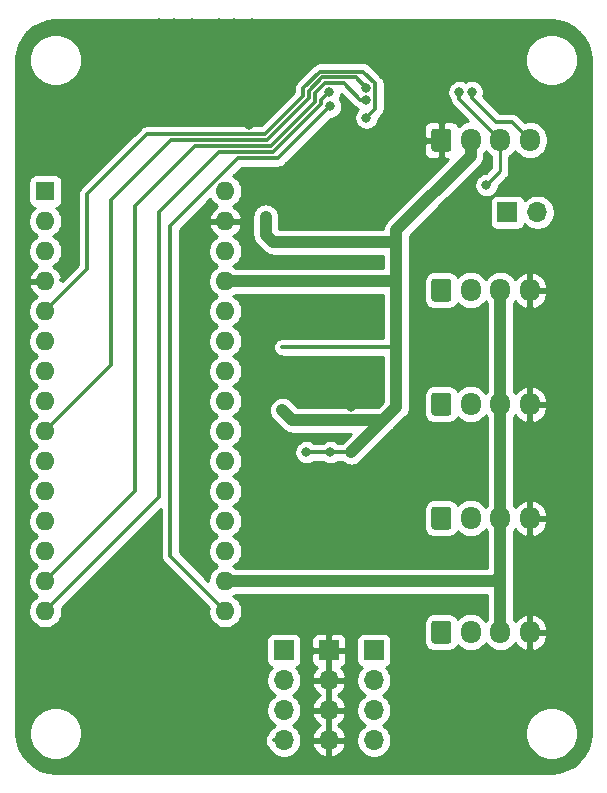
<source format=gbr>
%TF.GenerationSoftware,KiCad,Pcbnew,(5.1.9)-1*%
%TF.CreationDate,2021-07-30T23:28:39+09:30*%
%TF.ProjectId,tyre_temp_sense,74797265-5f74-4656-9d70-5f73656e7365,rev?*%
%TF.SameCoordinates,Original*%
%TF.FileFunction,Copper,L2,Bot*%
%TF.FilePolarity,Positive*%
%FSLAX46Y46*%
G04 Gerber Fmt 4.6, Leading zero omitted, Abs format (unit mm)*
G04 Created by KiCad (PCBNEW (5.1.9)-1) date 2021-07-30 23:28:39*
%MOMM*%
%LPD*%
G01*
G04 APERTURE LIST*
%TA.AperFunction,ComponentPad*%
%ADD10O,1.600000X1.600000*%
%TD*%
%TA.AperFunction,ComponentPad*%
%ADD11R,1.600000X1.600000*%
%TD*%
%TA.AperFunction,ComponentPad*%
%ADD12O,1.700000X1.700000*%
%TD*%
%TA.AperFunction,ComponentPad*%
%ADD13R,1.700000X1.700000*%
%TD*%
%TA.AperFunction,ComponentPad*%
%ADD14O,1.700000X1.950000*%
%TD*%
%TA.AperFunction,ViaPad*%
%ADD15C,0.800000*%
%TD*%
%TA.AperFunction,Conductor*%
%ADD16C,0.300000*%
%TD*%
%TA.AperFunction,Conductor*%
%ADD17C,1.000000*%
%TD*%
%TA.AperFunction,Conductor*%
%ADD18C,0.250000*%
%TD*%
%TA.AperFunction,Conductor*%
%ADD19C,0.254000*%
%TD*%
%TA.AperFunction,Conductor*%
%ADD20C,0.100000*%
%TD*%
G04 APERTURE END LIST*
D10*
%TO.P,A1,16*%
%TO.N,CLK_CAN*%
X88392000Y-90678000D03*
%TO.P,A1,15*%
%TO.N,MISO_CAN*%
X73152000Y-90678000D03*
%TO.P,A1,30*%
%TO.N,Net-(A1-Pad30)*%
X88392000Y-55118000D03*
%TO.P,A1,14*%
%TO.N,MOSI_CAN*%
X73152000Y-88138000D03*
%TO.P,A1,29*%
%TO.N,GND*%
X88392000Y-57658000D03*
%TO.P,A1,13*%
%TO.N,Net-(A1-Pad13)*%
X73152000Y-85598000D03*
%TO.P,A1,28*%
%TO.N,Net-(A1-Pad28)*%
X88392000Y-60198000D03*
%TO.P,A1,12*%
%TO.N,Net-(A1-Pad12)*%
X73152000Y-83058000D03*
%TO.P,A1,27*%
%TO.N,+5V*%
X88392000Y-62738000D03*
%TO.P,A1,11*%
%TO.N,Net-(A1-Pad11)*%
X73152000Y-80518000D03*
%TO.P,A1,26*%
%TO.N,Net-(A1-Pad26)*%
X88392000Y-65278000D03*
%TO.P,A1,10*%
%TO.N,Net-(A1-Pad10)*%
X73152000Y-77978000D03*
%TO.P,A1,25*%
%TO.N,Net-(A1-Pad25)*%
X88392000Y-67818000D03*
%TO.P,A1,9*%
%TO.N,D6*%
X73152000Y-75438000D03*
%TO.P,A1,24*%
%TO.N,SCL*%
X88392000Y-70358000D03*
%TO.P,A1,8*%
%TO.N,Net-(A1-Pad8)*%
X73152000Y-72898000D03*
%TO.P,A1,23*%
%TO.N,SDA*%
X88392000Y-72898000D03*
%TO.P,A1,7*%
%TO.N,Net-(A1-Pad7)*%
X73152000Y-70358000D03*
%TO.P,A1,22*%
%TO.N,A3*%
X88392000Y-75438000D03*
%TO.P,A1,6*%
%TO.N,Net-(A1-Pad6)*%
X73152000Y-67818000D03*
%TO.P,A1,21*%
%TO.N,A2*%
X88392000Y-77978000D03*
%TO.P,A1,5*%
%TO.N,D2*%
X73152000Y-65278000D03*
%TO.P,A1,20*%
%TO.N,A1*%
X88392000Y-80518000D03*
%TO.P,A1,4*%
%TO.N,GND*%
X73152000Y-62738000D03*
%TO.P,A1,19*%
%TO.N,A0*%
X88392000Y-83058000D03*
%TO.P,A1,3*%
%TO.N,Net-(A1-Pad3)*%
X73152000Y-60198000D03*
%TO.P,A1,18*%
%TO.N,Net-(A1-Pad18)*%
X88392000Y-85598000D03*
%TO.P,A1,2*%
%TO.N,Net-(A1-Pad2)*%
X73152000Y-57658000D03*
%TO.P,A1,17*%
%TO.N,+3V3*%
X88392000Y-88138000D03*
D11*
%TO.P,A1,1*%
%TO.N,Net-(A1-Pad1)*%
X73152000Y-55118000D03*
%TD*%
D12*
%TO.P,J9,4*%
%TO.N,GND*%
X97155000Y-101600000D03*
%TO.P,J9,3*%
X97155000Y-99060000D03*
%TO.P,J9,2*%
X97155000Y-96520000D03*
D13*
%TO.P,J9,1*%
X97155000Y-93980000D03*
%TD*%
D12*
%TO.P,J3,4*%
%TO.N,A0*%
X93345000Y-101600000D03*
%TO.P,J3,3*%
%TO.N,A1*%
X93345000Y-99060000D03*
%TO.P,J3,2*%
%TO.N,A2*%
X93345000Y-96520000D03*
D13*
%TO.P,J3,1*%
%TO.N,A3*%
X93345000Y-93980000D03*
%TD*%
D12*
%TO.P,J2,4*%
%TO.N,+5V*%
X100965000Y-101600000D03*
%TO.P,J2,3*%
X100965000Y-99060000D03*
%TO.P,J2,2*%
X100965000Y-96520000D03*
D13*
%TO.P,J2,1*%
X100965000Y-93980000D03*
%TD*%
D12*
%TO.P,J8,2*%
%TO.N,CAN-*%
X114808000Y-56896000D03*
D13*
%TO.P,J8,1*%
%TO.N,Net-(J8-Pad1)*%
X112268000Y-56896000D03*
%TD*%
D14*
%TO.P,J7,4*%
%TO.N,GND*%
X114180000Y-63500000D03*
%TO.P,J7,3*%
%TO.N,+3V3*%
X111680000Y-63500000D03*
%TO.P,J7,2*%
%TO.N,Net-(J7-Pad2)*%
X109180000Y-63500000D03*
%TO.P,J7,1*%
%TO.N,Net-(J7-Pad1)*%
%TA.AperFunction,ComponentPad*%
G36*
G01*
X105830000Y-64225000D02*
X105830000Y-62775000D01*
G75*
G02*
X106080000Y-62525000I250000J0D01*
G01*
X107280000Y-62525000D01*
G75*
G02*
X107530000Y-62775000I0J-250000D01*
G01*
X107530000Y-64225000D01*
G75*
G02*
X107280000Y-64475000I-250000J0D01*
G01*
X106080000Y-64475000D01*
G75*
G02*
X105830000Y-64225000I0J250000D01*
G01*
G37*
%TD.AperFunction*%
%TD*%
%TO.P,J6,4*%
%TO.N,GND*%
X114180000Y-73152000D03*
%TO.P,J6,3*%
%TO.N,+3V3*%
X111680000Y-73152000D03*
%TO.P,J6,2*%
%TO.N,Net-(J6-Pad2)*%
X109180000Y-73152000D03*
%TO.P,J6,1*%
%TO.N,Net-(J6-Pad1)*%
%TA.AperFunction,ComponentPad*%
G36*
G01*
X105830000Y-73877000D02*
X105830000Y-72427000D01*
G75*
G02*
X106080000Y-72177000I250000J0D01*
G01*
X107280000Y-72177000D01*
G75*
G02*
X107530000Y-72427000I0J-250000D01*
G01*
X107530000Y-73877000D01*
G75*
G02*
X107280000Y-74127000I-250000J0D01*
G01*
X106080000Y-74127000D01*
G75*
G02*
X105830000Y-73877000I0J250000D01*
G01*
G37*
%TD.AperFunction*%
%TD*%
%TO.P,J5,4*%
%TO.N,GND*%
X114180000Y-82804000D03*
%TO.P,J5,3*%
%TO.N,+3V3*%
X111680000Y-82804000D03*
%TO.P,J5,2*%
%TO.N,Net-(J5-Pad2)*%
X109180000Y-82804000D03*
%TO.P,J5,1*%
%TO.N,Net-(J5-Pad1)*%
%TA.AperFunction,ComponentPad*%
G36*
G01*
X105830000Y-83529000D02*
X105830000Y-82079000D01*
G75*
G02*
X106080000Y-81829000I250000J0D01*
G01*
X107280000Y-81829000D01*
G75*
G02*
X107530000Y-82079000I0J-250000D01*
G01*
X107530000Y-83529000D01*
G75*
G02*
X107280000Y-83779000I-250000J0D01*
G01*
X106080000Y-83779000D01*
G75*
G02*
X105830000Y-83529000I0J250000D01*
G01*
G37*
%TD.AperFunction*%
%TD*%
%TO.P,J4,4*%
%TO.N,GND*%
X114180000Y-92456000D03*
%TO.P,J4,3*%
%TO.N,+3V3*%
X111680000Y-92456000D03*
%TO.P,J4,2*%
%TO.N,Net-(J4-Pad2)*%
X109180000Y-92456000D03*
%TO.P,J4,1*%
%TO.N,Net-(J4-Pad1)*%
%TA.AperFunction,ComponentPad*%
G36*
G01*
X105830000Y-93181000D02*
X105830000Y-91731000D01*
G75*
G02*
X106080000Y-91481000I250000J0D01*
G01*
X107280000Y-91481000D01*
G75*
G02*
X107530000Y-91731000I0J-250000D01*
G01*
X107530000Y-93181000D01*
G75*
G02*
X107280000Y-93431000I-250000J0D01*
G01*
X106080000Y-93431000D01*
G75*
G02*
X105830000Y-93181000I0J250000D01*
G01*
G37*
%TD.AperFunction*%
%TD*%
%TO.P,J1,4*%
%TO.N,CAN-*%
X114180000Y-50800000D03*
%TO.P,J1,3*%
%TO.N,CAN+*%
X111680000Y-50800000D03*
%TO.P,J1,2*%
%TO.N,+5V*%
X109180000Y-50800000D03*
%TO.P,J1,1*%
%TO.N,GND*%
%TA.AperFunction,ComponentPad*%
G36*
G01*
X105830000Y-51525000D02*
X105830000Y-50075000D01*
G75*
G02*
X106080000Y-49825000I250000J0D01*
G01*
X107280000Y-49825000D01*
G75*
G02*
X107530000Y-50075000I0J-250000D01*
G01*
X107530000Y-51525000D01*
G75*
G02*
X107280000Y-51775000I-250000J0D01*
G01*
X106080000Y-51775000D01*
G75*
G02*
X105830000Y-51525000I0J250000D01*
G01*
G37*
%TD.AperFunction*%
%TD*%
D15*
%TO.N,CLK_CAN*%
X97262008Y-47937439D03*
%TO.N,MISO_CAN*%
X97179668Y-46736000D03*
%TO.N,MOSI_CAN*%
X100330000Y-47355003D03*
%TO.N,GND*%
X103124000Y-44704000D03*
X91694000Y-55372000D03*
X90380505Y-49542000D03*
X94488000Y-70866000D03*
X99060000Y-73406000D03*
X91948000Y-76200000D03*
X91497518Y-70560948D03*
X101854000Y-52070000D03*
X97536000Y-65532000D03*
X98806000Y-65024000D03*
X98044000Y-41656000D03*
X82804000Y-48514000D03*
X82804000Y-47244000D03*
X82804000Y-45974000D03*
X82804000Y-44704000D03*
X82804000Y-43434000D03*
X82804000Y-42164000D03*
X82804000Y-40894000D03*
X84074000Y-48514000D03*
X85344000Y-48514000D03*
X90678000Y-44704000D03*
X90678000Y-45974000D03*
X90678000Y-43434000D03*
X90678000Y-42164000D03*
X90678000Y-40894000D03*
X84074000Y-40894000D03*
X85598000Y-40894000D03*
X87884000Y-40894000D03*
X89154000Y-40894000D03*
%TO.N,+5V*%
X91806677Y-57280146D03*
X93218000Y-73660000D03*
X95250000Y-77216000D03*
X97282000Y-77216000D03*
X99060000Y-77216000D03*
%TO.N,D6*%
X100330000Y-46355000D03*
%TO.N,D2*%
X100330000Y-48895000D03*
%TO.N,CAN+*%
X110490000Y-54610000D03*
X108204000Y-46736000D03*
%TO.N,CAN-*%
X109242331Y-46713669D03*
%TD*%
D16*
%TO.N,CLK_CAN*%
X83724962Y-86010962D02*
X88392000Y-90678000D01*
X83724962Y-58083036D02*
X83724962Y-86010962D01*
X89483998Y-52324000D02*
X83724962Y-58083036D01*
X92875447Y-52324000D02*
X89483998Y-52324000D01*
X97262008Y-47937439D02*
X92875447Y-52324000D01*
%TO.N,MISO_CAN*%
X82804000Y-56896000D02*
X82804000Y-81026000D01*
X82804000Y-81026000D02*
X73152000Y-90678000D01*
X87884000Y-51816000D02*
X82804000Y-56896000D01*
X92456000Y-51816000D02*
X87884000Y-51816000D01*
X96520000Y-47395668D02*
X96520000Y-47752000D01*
X96520000Y-47752000D02*
X92456000Y-51816000D01*
X97179668Y-46736000D02*
X96520000Y-47395668D01*
%TO.N,MOSI_CAN*%
X85852000Y-51308000D02*
X80772000Y-56388000D01*
X80772000Y-56388000D02*
X80772000Y-80518000D01*
X92256880Y-51308000D02*
X85852000Y-51308000D01*
X96019990Y-47544890D02*
X92256880Y-51308000D01*
X96019990Y-46785676D02*
X96019990Y-47544890D01*
X96819667Y-45985999D02*
X96019990Y-46785676D01*
X98395311Y-45985999D02*
X96819667Y-45985999D01*
X80772000Y-80518000D02*
X73152000Y-88138000D01*
X99764315Y-47355003D02*
X98395311Y-45985999D01*
X100330000Y-47355003D02*
X99764315Y-47355003D01*
%TO.N,GND*%
X106680000Y-48260000D02*
X103124000Y-44704000D01*
X106680000Y-50800000D02*
X106680000Y-48260000D01*
D17*
%TO.N,+5V*%
X109180000Y-50800000D02*
X109180000Y-52110000D01*
X109180000Y-52110000D02*
X102870000Y-58420000D01*
D16*
X102616000Y-73660000D02*
X102870000Y-73406000D01*
X93218000Y-68326000D02*
X102870000Y-68326000D01*
X102616000Y-71882000D02*
X102870000Y-71628000D01*
D17*
X102870000Y-71628000D02*
X102870000Y-73406000D01*
X102870000Y-68326000D02*
X102870000Y-71628000D01*
D16*
X95250000Y-77216000D02*
X97282000Y-77216000D01*
X97282000Y-77216000D02*
X99060000Y-77216000D01*
D17*
X102616000Y-62738000D02*
X102870000Y-62484000D01*
X88392000Y-62738000D02*
X102616000Y-62738000D01*
X102870000Y-62484000D02*
X102870000Y-68326000D01*
X101769999Y-74506001D02*
X102870000Y-73406000D01*
X94064001Y-74506001D02*
X101769999Y-74506001D01*
X93218000Y-73660000D02*
X94064001Y-74506001D01*
X99060000Y-77216000D02*
X101769999Y-74506001D01*
X102870000Y-59436000D02*
X92456000Y-59436000D01*
X102870000Y-58420000D02*
X102870000Y-59436000D01*
X102870000Y-59436000D02*
X102870000Y-62484000D01*
X91806677Y-58786677D02*
X91806677Y-57280146D01*
X92456000Y-59436000D02*
X91806677Y-58786677D01*
D16*
%TO.N,D6*%
X100330000Y-46355000D02*
X100220001Y-46355000D01*
X78740000Y-69850000D02*
X73152000Y-75438000D01*
X83820000Y-50800000D02*
X78740000Y-55880000D01*
X91948000Y-50800000D02*
X83820000Y-50800000D01*
X95504000Y-47244000D02*
X91948000Y-50800000D01*
X95504000Y-46594546D02*
X95504000Y-47244000D01*
X78740000Y-55880000D02*
X78740000Y-69850000D01*
X96612557Y-45485989D02*
X95504000Y-46594546D01*
X99460989Y-45485989D02*
X96612557Y-45485989D01*
X100330000Y-46355000D02*
X99460989Y-45485989D01*
%TO.N,D2*%
X76708000Y-61722000D02*
X73152000Y-65278000D01*
X76708000Y-55372000D02*
X76708000Y-61722000D01*
X81788000Y-50292000D02*
X76708000Y-55372000D01*
X95003990Y-46387436D02*
X95003990Y-47036890D01*
X96405447Y-44985979D02*
X95003990Y-46387436D01*
X91748880Y-50292000D02*
X81788000Y-50292000D01*
X101080001Y-45994999D02*
X100070981Y-44985979D01*
X100070981Y-44985979D02*
X96405447Y-44985979D01*
X101080001Y-48144999D02*
X101080001Y-45994999D01*
X95003990Y-47036890D02*
X91748880Y-50292000D01*
X100330000Y-48895000D02*
X101080001Y-48144999D01*
D17*
%TO.N,+3V3*%
X111680000Y-63500000D02*
X111497045Y-63500000D01*
X111680000Y-82804000D02*
X111680000Y-73152000D01*
X111680000Y-63500000D02*
X111680000Y-73152000D01*
X111680000Y-87710000D02*
X111680000Y-82804000D01*
X111680000Y-92456000D02*
X111680000Y-87710000D01*
X111252000Y-88138000D02*
X111680000Y-87710000D01*
X88392000Y-88138000D02*
X111252000Y-88138000D01*
D18*
%TO.N,CAN+*%
X111680000Y-53420000D02*
X111680000Y-50800000D01*
X110490000Y-54610000D02*
X111680000Y-53420000D01*
D16*
X111680000Y-50800000D02*
X111680000Y-50466000D01*
X108204000Y-47324000D02*
X111680000Y-50800000D01*
X108204000Y-46736000D02*
X108204000Y-47324000D01*
%TO.N,CAN-*%
X114180000Y-50800000D02*
X114180000Y-50680000D01*
X114180000Y-50800000D02*
X113991120Y-50800000D01*
X109242331Y-46713669D02*
X109242331Y-47221669D01*
X109242331Y-47221669D02*
X111296662Y-49276000D01*
X112656000Y-49276000D02*
X114180000Y-50800000D01*
X111296662Y-49276000D02*
X112656000Y-49276000D01*
%TO.N,A0*%
X92493640Y-101600000D02*
X93345000Y-101600000D01*
%TD*%
D19*
%TO.N,GND*%
X116648126Y-40726714D02*
X117271572Y-40914943D01*
X117846579Y-41220681D01*
X118351247Y-41632279D01*
X118766362Y-42134067D01*
X119076105Y-42706924D01*
X119268682Y-43329039D01*
X119340000Y-44007584D01*
X119340001Y-100967711D01*
X119273286Y-101648126D01*
X119085057Y-102271570D01*
X118779323Y-102846573D01*
X118367721Y-103351248D01*
X117865933Y-103766362D01*
X117293077Y-104076104D01*
X116670961Y-104268682D01*
X115992417Y-104340000D01*
X74032279Y-104340000D01*
X73351874Y-104273286D01*
X72728430Y-104085057D01*
X72153427Y-103779323D01*
X71648752Y-103367721D01*
X71233638Y-102865933D01*
X70923896Y-102293077D01*
X70731318Y-101670961D01*
X70660000Y-100992417D01*
X70660000Y-100779872D01*
X71765000Y-100779872D01*
X71765000Y-101220128D01*
X71850890Y-101651925D01*
X72019369Y-102058669D01*
X72263962Y-102424729D01*
X72575271Y-102736038D01*
X72941331Y-102980631D01*
X73348075Y-103149110D01*
X73779872Y-103235000D01*
X74220128Y-103235000D01*
X74651925Y-103149110D01*
X75058669Y-102980631D01*
X75424729Y-102736038D01*
X75736038Y-102424729D01*
X75980631Y-102058669D01*
X76149110Y-101651925D01*
X76159438Y-101600000D01*
X91704842Y-101600000D01*
X91719999Y-101753887D01*
X91764886Y-101901860D01*
X91837778Y-102038233D01*
X91935876Y-102157764D01*
X91985576Y-102198553D01*
X92029010Y-102303411D01*
X92191525Y-102546632D01*
X92398368Y-102753475D01*
X92641589Y-102915990D01*
X92911842Y-103027932D01*
X93198740Y-103085000D01*
X93491260Y-103085000D01*
X93778158Y-103027932D01*
X94048411Y-102915990D01*
X94291632Y-102753475D01*
X94498475Y-102546632D01*
X94660990Y-102303411D01*
X94772932Y-102033158D01*
X94788102Y-101956890D01*
X95713524Y-101956890D01*
X95758175Y-102104099D01*
X95883359Y-102366920D01*
X96057412Y-102600269D01*
X96273645Y-102795178D01*
X96523748Y-102944157D01*
X96798109Y-103041481D01*
X97028000Y-102920814D01*
X97028000Y-101727000D01*
X97282000Y-101727000D01*
X97282000Y-102920814D01*
X97511891Y-103041481D01*
X97786252Y-102944157D01*
X98036355Y-102795178D01*
X98252588Y-102600269D01*
X98426641Y-102366920D01*
X98551825Y-102104099D01*
X98596476Y-101956890D01*
X98475155Y-101727000D01*
X97282000Y-101727000D01*
X97028000Y-101727000D01*
X95834845Y-101727000D01*
X95713524Y-101956890D01*
X94788102Y-101956890D01*
X94830000Y-101746260D01*
X94830000Y-101453740D01*
X94772932Y-101166842D01*
X94660990Y-100896589D01*
X94498475Y-100653368D01*
X94291632Y-100446525D01*
X94117240Y-100330000D01*
X94291632Y-100213475D01*
X94498475Y-100006632D01*
X94660990Y-99763411D01*
X94772932Y-99493158D01*
X94788102Y-99416890D01*
X95713524Y-99416890D01*
X95758175Y-99564099D01*
X95883359Y-99826920D01*
X96057412Y-100060269D01*
X96273645Y-100255178D01*
X96399255Y-100330000D01*
X96273645Y-100404822D01*
X96057412Y-100599731D01*
X95883359Y-100833080D01*
X95758175Y-101095901D01*
X95713524Y-101243110D01*
X95834845Y-101473000D01*
X97028000Y-101473000D01*
X97028000Y-99187000D01*
X97282000Y-99187000D01*
X97282000Y-101473000D01*
X98475155Y-101473000D01*
X98596476Y-101243110D01*
X98551825Y-101095901D01*
X98426641Y-100833080D01*
X98252588Y-100599731D01*
X98036355Y-100404822D01*
X97910745Y-100330000D01*
X98036355Y-100255178D01*
X98252588Y-100060269D01*
X98426641Y-99826920D01*
X98551825Y-99564099D01*
X98596476Y-99416890D01*
X98475155Y-99187000D01*
X97282000Y-99187000D01*
X97028000Y-99187000D01*
X95834845Y-99187000D01*
X95713524Y-99416890D01*
X94788102Y-99416890D01*
X94830000Y-99206260D01*
X94830000Y-98913740D01*
X94772932Y-98626842D01*
X94660990Y-98356589D01*
X94498475Y-98113368D01*
X94291632Y-97906525D01*
X94117240Y-97790000D01*
X94291632Y-97673475D01*
X94498475Y-97466632D01*
X94660990Y-97223411D01*
X94772932Y-96953158D01*
X94788102Y-96876890D01*
X95713524Y-96876890D01*
X95758175Y-97024099D01*
X95883359Y-97286920D01*
X96057412Y-97520269D01*
X96273645Y-97715178D01*
X96399255Y-97790000D01*
X96273645Y-97864822D01*
X96057412Y-98059731D01*
X95883359Y-98293080D01*
X95758175Y-98555901D01*
X95713524Y-98703110D01*
X95834845Y-98933000D01*
X97028000Y-98933000D01*
X97028000Y-96647000D01*
X97282000Y-96647000D01*
X97282000Y-98933000D01*
X98475155Y-98933000D01*
X98596476Y-98703110D01*
X98551825Y-98555901D01*
X98426641Y-98293080D01*
X98252588Y-98059731D01*
X98036355Y-97864822D01*
X97910745Y-97790000D01*
X98036355Y-97715178D01*
X98252588Y-97520269D01*
X98426641Y-97286920D01*
X98551825Y-97024099D01*
X98596476Y-96876890D01*
X98475155Y-96647000D01*
X97282000Y-96647000D01*
X97028000Y-96647000D01*
X95834845Y-96647000D01*
X95713524Y-96876890D01*
X94788102Y-96876890D01*
X94830000Y-96666260D01*
X94830000Y-96373740D01*
X94772932Y-96086842D01*
X94660990Y-95816589D01*
X94498475Y-95573368D01*
X94366620Y-95441513D01*
X94439180Y-95419502D01*
X94549494Y-95360537D01*
X94646185Y-95281185D01*
X94725537Y-95184494D01*
X94784502Y-95074180D01*
X94820812Y-94954482D01*
X94833072Y-94830000D01*
X95666928Y-94830000D01*
X95679188Y-94954482D01*
X95715498Y-95074180D01*
X95774463Y-95184494D01*
X95853815Y-95281185D01*
X95950506Y-95360537D01*
X96060820Y-95419502D01*
X96141466Y-95443966D01*
X96057412Y-95519731D01*
X95883359Y-95753080D01*
X95758175Y-96015901D01*
X95713524Y-96163110D01*
X95834845Y-96393000D01*
X97028000Y-96393000D01*
X97028000Y-94107000D01*
X97282000Y-94107000D01*
X97282000Y-96393000D01*
X98475155Y-96393000D01*
X98596476Y-96163110D01*
X98551825Y-96015901D01*
X98426641Y-95753080D01*
X98252588Y-95519731D01*
X98168534Y-95443966D01*
X98249180Y-95419502D01*
X98359494Y-95360537D01*
X98456185Y-95281185D01*
X98535537Y-95184494D01*
X98594502Y-95074180D01*
X98630812Y-94954482D01*
X98643072Y-94830000D01*
X98640000Y-94265750D01*
X98481250Y-94107000D01*
X97282000Y-94107000D01*
X97028000Y-94107000D01*
X95828750Y-94107000D01*
X95670000Y-94265750D01*
X95666928Y-94830000D01*
X94833072Y-94830000D01*
X94833072Y-93130000D01*
X95666928Y-93130000D01*
X95670000Y-93694250D01*
X95828750Y-93853000D01*
X97028000Y-93853000D01*
X97028000Y-92653750D01*
X97282000Y-92653750D01*
X97282000Y-93853000D01*
X98481250Y-93853000D01*
X98640000Y-93694250D01*
X98643072Y-93130000D01*
X99476928Y-93130000D01*
X99476928Y-94830000D01*
X99489188Y-94954482D01*
X99525498Y-95074180D01*
X99584463Y-95184494D01*
X99663815Y-95281185D01*
X99760506Y-95360537D01*
X99870820Y-95419502D01*
X99943380Y-95441513D01*
X99811525Y-95573368D01*
X99649010Y-95816589D01*
X99537068Y-96086842D01*
X99480000Y-96373740D01*
X99480000Y-96666260D01*
X99537068Y-96953158D01*
X99649010Y-97223411D01*
X99811525Y-97466632D01*
X100018368Y-97673475D01*
X100192760Y-97790000D01*
X100018368Y-97906525D01*
X99811525Y-98113368D01*
X99649010Y-98356589D01*
X99537068Y-98626842D01*
X99480000Y-98913740D01*
X99480000Y-99206260D01*
X99537068Y-99493158D01*
X99649010Y-99763411D01*
X99811525Y-100006632D01*
X100018368Y-100213475D01*
X100192760Y-100330000D01*
X100018368Y-100446525D01*
X99811525Y-100653368D01*
X99649010Y-100896589D01*
X99537068Y-101166842D01*
X99480000Y-101453740D01*
X99480000Y-101746260D01*
X99537068Y-102033158D01*
X99649010Y-102303411D01*
X99811525Y-102546632D01*
X100018368Y-102753475D01*
X100261589Y-102915990D01*
X100531842Y-103027932D01*
X100818740Y-103085000D01*
X101111260Y-103085000D01*
X101398158Y-103027932D01*
X101668411Y-102915990D01*
X101911632Y-102753475D01*
X102118475Y-102546632D01*
X102280990Y-102303411D01*
X102392932Y-102033158D01*
X102450000Y-101746260D01*
X102450000Y-101453740D01*
X102392932Y-101166842D01*
X102280990Y-100896589D01*
X102203003Y-100779872D01*
X113765000Y-100779872D01*
X113765000Y-101220128D01*
X113850890Y-101651925D01*
X114019369Y-102058669D01*
X114263962Y-102424729D01*
X114575271Y-102736038D01*
X114941331Y-102980631D01*
X115348075Y-103149110D01*
X115779872Y-103235000D01*
X116220128Y-103235000D01*
X116651925Y-103149110D01*
X117058669Y-102980631D01*
X117424729Y-102736038D01*
X117736038Y-102424729D01*
X117980631Y-102058669D01*
X118149110Y-101651925D01*
X118235000Y-101220128D01*
X118235000Y-100779872D01*
X118149110Y-100348075D01*
X117980631Y-99941331D01*
X117736038Y-99575271D01*
X117424729Y-99263962D01*
X117058669Y-99019369D01*
X116651925Y-98850890D01*
X116220128Y-98765000D01*
X115779872Y-98765000D01*
X115348075Y-98850890D01*
X114941331Y-99019369D01*
X114575271Y-99263962D01*
X114263962Y-99575271D01*
X114019369Y-99941331D01*
X113850890Y-100348075D01*
X113765000Y-100779872D01*
X102203003Y-100779872D01*
X102118475Y-100653368D01*
X101911632Y-100446525D01*
X101737240Y-100330000D01*
X101911632Y-100213475D01*
X102118475Y-100006632D01*
X102280990Y-99763411D01*
X102392932Y-99493158D01*
X102450000Y-99206260D01*
X102450000Y-98913740D01*
X102392932Y-98626842D01*
X102280990Y-98356589D01*
X102118475Y-98113368D01*
X101911632Y-97906525D01*
X101737240Y-97790000D01*
X101911632Y-97673475D01*
X102118475Y-97466632D01*
X102280990Y-97223411D01*
X102392932Y-96953158D01*
X102450000Y-96666260D01*
X102450000Y-96373740D01*
X102392932Y-96086842D01*
X102280990Y-95816589D01*
X102118475Y-95573368D01*
X101986620Y-95441513D01*
X102059180Y-95419502D01*
X102169494Y-95360537D01*
X102266185Y-95281185D01*
X102345537Y-95184494D01*
X102404502Y-95074180D01*
X102440812Y-94954482D01*
X102453072Y-94830000D01*
X102453072Y-93130000D01*
X102440812Y-93005518D01*
X102404502Y-92885820D01*
X102345537Y-92775506D01*
X102266185Y-92678815D01*
X102169494Y-92599463D01*
X102059180Y-92540498D01*
X101939482Y-92504188D01*
X101815000Y-92491928D01*
X100115000Y-92491928D01*
X99990518Y-92504188D01*
X99870820Y-92540498D01*
X99760506Y-92599463D01*
X99663815Y-92678815D01*
X99584463Y-92775506D01*
X99525498Y-92885820D01*
X99489188Y-93005518D01*
X99476928Y-93130000D01*
X98643072Y-93130000D01*
X98630812Y-93005518D01*
X98594502Y-92885820D01*
X98535537Y-92775506D01*
X98456185Y-92678815D01*
X98359494Y-92599463D01*
X98249180Y-92540498D01*
X98129482Y-92504188D01*
X98005000Y-92491928D01*
X97440750Y-92495000D01*
X97282000Y-92653750D01*
X97028000Y-92653750D01*
X96869250Y-92495000D01*
X96305000Y-92491928D01*
X96180518Y-92504188D01*
X96060820Y-92540498D01*
X95950506Y-92599463D01*
X95853815Y-92678815D01*
X95774463Y-92775506D01*
X95715498Y-92885820D01*
X95679188Y-93005518D01*
X95666928Y-93130000D01*
X94833072Y-93130000D01*
X94820812Y-93005518D01*
X94784502Y-92885820D01*
X94725537Y-92775506D01*
X94646185Y-92678815D01*
X94549494Y-92599463D01*
X94439180Y-92540498D01*
X94319482Y-92504188D01*
X94195000Y-92491928D01*
X92495000Y-92491928D01*
X92370518Y-92504188D01*
X92250820Y-92540498D01*
X92140506Y-92599463D01*
X92043815Y-92678815D01*
X91964463Y-92775506D01*
X91905498Y-92885820D01*
X91869188Y-93005518D01*
X91856928Y-93130000D01*
X91856928Y-94830000D01*
X91869188Y-94954482D01*
X91905498Y-95074180D01*
X91964463Y-95184494D01*
X92043815Y-95281185D01*
X92140506Y-95360537D01*
X92250820Y-95419502D01*
X92323380Y-95441513D01*
X92191525Y-95573368D01*
X92029010Y-95816589D01*
X91917068Y-96086842D01*
X91860000Y-96373740D01*
X91860000Y-96666260D01*
X91917068Y-96953158D01*
X92029010Y-97223411D01*
X92191525Y-97466632D01*
X92398368Y-97673475D01*
X92572760Y-97790000D01*
X92398368Y-97906525D01*
X92191525Y-98113368D01*
X92029010Y-98356589D01*
X91917068Y-98626842D01*
X91860000Y-98913740D01*
X91860000Y-99206260D01*
X91917068Y-99493158D01*
X92029010Y-99763411D01*
X92191525Y-100006632D01*
X92398368Y-100213475D01*
X92572760Y-100330000D01*
X92398368Y-100446525D01*
X92191525Y-100653368D01*
X92029010Y-100896589D01*
X91985576Y-101001447D01*
X91935876Y-101042236D01*
X91837778Y-101161767D01*
X91764886Y-101298140D01*
X91719999Y-101446113D01*
X91704842Y-101600000D01*
X76159438Y-101600000D01*
X76235000Y-101220128D01*
X76235000Y-100779872D01*
X76149110Y-100348075D01*
X75980631Y-99941331D01*
X75736038Y-99575271D01*
X75424729Y-99263962D01*
X75058669Y-99019369D01*
X74651925Y-98850890D01*
X74220128Y-98765000D01*
X73779872Y-98765000D01*
X73348075Y-98850890D01*
X72941331Y-99019369D01*
X72575271Y-99263962D01*
X72263962Y-99575271D01*
X72019369Y-99941331D01*
X71850890Y-100348075D01*
X71765000Y-100779872D01*
X70660000Y-100779872D01*
X70660000Y-54318000D01*
X71713928Y-54318000D01*
X71713928Y-55918000D01*
X71726188Y-56042482D01*
X71762498Y-56162180D01*
X71821463Y-56272494D01*
X71900815Y-56369185D01*
X71997506Y-56448537D01*
X72107820Y-56507502D01*
X72227518Y-56543812D01*
X72235961Y-56544643D01*
X72037363Y-56743241D01*
X71880320Y-56978273D01*
X71772147Y-57239426D01*
X71717000Y-57516665D01*
X71717000Y-57799335D01*
X71772147Y-58076574D01*
X71880320Y-58337727D01*
X72037363Y-58572759D01*
X72237241Y-58772637D01*
X72469759Y-58928000D01*
X72237241Y-59083363D01*
X72037363Y-59283241D01*
X71880320Y-59518273D01*
X71772147Y-59779426D01*
X71717000Y-60056665D01*
X71717000Y-60339335D01*
X71772147Y-60616574D01*
X71880320Y-60877727D01*
X72037363Y-61112759D01*
X72237241Y-61312637D01*
X72472273Y-61469680D01*
X72482865Y-61474067D01*
X72296869Y-61585615D01*
X72088481Y-61774586D01*
X71920963Y-62000580D01*
X71800754Y-62254913D01*
X71760096Y-62388961D01*
X71882085Y-62611000D01*
X73025000Y-62611000D01*
X73025000Y-62591000D01*
X73279000Y-62591000D01*
X73279000Y-62611000D01*
X73299000Y-62611000D01*
X73299000Y-62865000D01*
X73279000Y-62865000D01*
X73279000Y-62885000D01*
X73025000Y-62885000D01*
X73025000Y-62865000D01*
X71882085Y-62865000D01*
X71760096Y-63087039D01*
X71800754Y-63221087D01*
X71920963Y-63475420D01*
X72088481Y-63701414D01*
X72296869Y-63890385D01*
X72482865Y-64001933D01*
X72472273Y-64006320D01*
X72237241Y-64163363D01*
X72037363Y-64363241D01*
X71880320Y-64598273D01*
X71772147Y-64859426D01*
X71717000Y-65136665D01*
X71717000Y-65419335D01*
X71772147Y-65696574D01*
X71880320Y-65957727D01*
X72037363Y-66192759D01*
X72237241Y-66392637D01*
X72469759Y-66548000D01*
X72237241Y-66703363D01*
X72037363Y-66903241D01*
X71880320Y-67138273D01*
X71772147Y-67399426D01*
X71717000Y-67676665D01*
X71717000Y-67959335D01*
X71772147Y-68236574D01*
X71880320Y-68497727D01*
X72037363Y-68732759D01*
X72237241Y-68932637D01*
X72469759Y-69088000D01*
X72237241Y-69243363D01*
X72037363Y-69443241D01*
X71880320Y-69678273D01*
X71772147Y-69939426D01*
X71717000Y-70216665D01*
X71717000Y-70499335D01*
X71772147Y-70776574D01*
X71880320Y-71037727D01*
X72037363Y-71272759D01*
X72237241Y-71472637D01*
X72469759Y-71628000D01*
X72237241Y-71783363D01*
X72037363Y-71983241D01*
X71880320Y-72218273D01*
X71772147Y-72479426D01*
X71717000Y-72756665D01*
X71717000Y-73039335D01*
X71772147Y-73316574D01*
X71880320Y-73577727D01*
X72037363Y-73812759D01*
X72237241Y-74012637D01*
X72469759Y-74168000D01*
X72237241Y-74323363D01*
X72037363Y-74523241D01*
X71880320Y-74758273D01*
X71772147Y-75019426D01*
X71717000Y-75296665D01*
X71717000Y-75579335D01*
X71772147Y-75856574D01*
X71880320Y-76117727D01*
X72037363Y-76352759D01*
X72237241Y-76552637D01*
X72469759Y-76708000D01*
X72237241Y-76863363D01*
X72037363Y-77063241D01*
X71880320Y-77298273D01*
X71772147Y-77559426D01*
X71717000Y-77836665D01*
X71717000Y-78119335D01*
X71772147Y-78396574D01*
X71880320Y-78657727D01*
X72037363Y-78892759D01*
X72237241Y-79092637D01*
X72469759Y-79248000D01*
X72237241Y-79403363D01*
X72037363Y-79603241D01*
X71880320Y-79838273D01*
X71772147Y-80099426D01*
X71717000Y-80376665D01*
X71717000Y-80659335D01*
X71772147Y-80936574D01*
X71880320Y-81197727D01*
X72037363Y-81432759D01*
X72237241Y-81632637D01*
X72469759Y-81788000D01*
X72237241Y-81943363D01*
X72037363Y-82143241D01*
X71880320Y-82378273D01*
X71772147Y-82639426D01*
X71717000Y-82916665D01*
X71717000Y-83199335D01*
X71772147Y-83476574D01*
X71880320Y-83737727D01*
X72037363Y-83972759D01*
X72237241Y-84172637D01*
X72469759Y-84328000D01*
X72237241Y-84483363D01*
X72037363Y-84683241D01*
X71880320Y-84918273D01*
X71772147Y-85179426D01*
X71717000Y-85456665D01*
X71717000Y-85739335D01*
X71772147Y-86016574D01*
X71880320Y-86277727D01*
X72037363Y-86512759D01*
X72237241Y-86712637D01*
X72469759Y-86868000D01*
X72237241Y-87023363D01*
X72037363Y-87223241D01*
X71880320Y-87458273D01*
X71772147Y-87719426D01*
X71717000Y-87996665D01*
X71717000Y-88279335D01*
X71772147Y-88556574D01*
X71880320Y-88817727D01*
X72037363Y-89052759D01*
X72237241Y-89252637D01*
X72469759Y-89408000D01*
X72237241Y-89563363D01*
X72037363Y-89763241D01*
X71880320Y-89998273D01*
X71772147Y-90259426D01*
X71717000Y-90536665D01*
X71717000Y-90819335D01*
X71772147Y-91096574D01*
X71880320Y-91357727D01*
X72037363Y-91592759D01*
X72237241Y-91792637D01*
X72472273Y-91949680D01*
X72733426Y-92057853D01*
X73010665Y-92113000D01*
X73293335Y-92113000D01*
X73570574Y-92057853D01*
X73831727Y-91949680D01*
X74066759Y-91792637D01*
X74266637Y-91592759D01*
X74423680Y-91357727D01*
X74531853Y-91096574D01*
X74587000Y-90819335D01*
X74587000Y-90536665D01*
X74556554Y-90383603D01*
X82939963Y-82000195D01*
X82939963Y-85972399D01*
X82936165Y-86010962D01*
X82951321Y-86164848D01*
X82996208Y-86312821D01*
X82996209Y-86312822D01*
X83069101Y-86449195D01*
X83109652Y-86498606D01*
X83142617Y-86538774D01*
X83142621Y-86538778D01*
X83167199Y-86568726D01*
X83197147Y-86593304D01*
X86987446Y-90383604D01*
X86957000Y-90536665D01*
X86957000Y-90819335D01*
X87012147Y-91096574D01*
X87120320Y-91357727D01*
X87277363Y-91592759D01*
X87477241Y-91792637D01*
X87712273Y-91949680D01*
X87973426Y-92057853D01*
X88250665Y-92113000D01*
X88533335Y-92113000D01*
X88810574Y-92057853D01*
X89071727Y-91949680D01*
X89306759Y-91792637D01*
X89506637Y-91592759D01*
X89663680Y-91357727D01*
X89771853Y-91096574D01*
X89827000Y-90819335D01*
X89827000Y-90536665D01*
X89771853Y-90259426D01*
X89663680Y-89998273D01*
X89506637Y-89763241D01*
X89306759Y-89563363D01*
X89074241Y-89408000D01*
X89276284Y-89273000D01*
X110545001Y-89273000D01*
X110545000Y-91373183D01*
X110439294Y-91501987D01*
X110430000Y-91519374D01*
X110420706Y-91501986D01*
X110235134Y-91275866D01*
X110009013Y-91090294D01*
X109751033Y-90952401D01*
X109471110Y-90867487D01*
X109180000Y-90838815D01*
X108888889Y-90867487D01*
X108608966Y-90952401D01*
X108350986Y-91090294D01*
X108124866Y-91275866D01*
X108072777Y-91339337D01*
X108018405Y-91237614D01*
X107907962Y-91103038D01*
X107773386Y-90992595D01*
X107619850Y-90910528D01*
X107453254Y-90859992D01*
X107280000Y-90842928D01*
X106080000Y-90842928D01*
X105906746Y-90859992D01*
X105740150Y-90910528D01*
X105586614Y-90992595D01*
X105452038Y-91103038D01*
X105341595Y-91237614D01*
X105259528Y-91391150D01*
X105208992Y-91557746D01*
X105191928Y-91731000D01*
X105191928Y-93181000D01*
X105208992Y-93354254D01*
X105259528Y-93520850D01*
X105341595Y-93674386D01*
X105452038Y-93808962D01*
X105586614Y-93919405D01*
X105740150Y-94001472D01*
X105906746Y-94052008D01*
X106080000Y-94069072D01*
X107280000Y-94069072D01*
X107453254Y-94052008D01*
X107619850Y-94001472D01*
X107773386Y-93919405D01*
X107907962Y-93808962D01*
X108018405Y-93674386D01*
X108072777Y-93572663D01*
X108124866Y-93636134D01*
X108350987Y-93821706D01*
X108608967Y-93959599D01*
X108888890Y-94044513D01*
X109180000Y-94073185D01*
X109471111Y-94044513D01*
X109751034Y-93959599D01*
X110009014Y-93821706D01*
X110235134Y-93636134D01*
X110420706Y-93410014D01*
X110430000Y-93392626D01*
X110439294Y-93410014D01*
X110624866Y-93636134D01*
X110850987Y-93821706D01*
X111108967Y-93959599D01*
X111388890Y-94044513D01*
X111680000Y-94073185D01*
X111971111Y-94044513D01*
X112251034Y-93959599D01*
X112509014Y-93821706D01*
X112735134Y-93636134D01*
X112920706Y-93410014D01*
X112934462Y-93384278D01*
X113090951Y-93590429D01*
X113308807Y-93783496D01*
X113560142Y-93930352D01*
X113823110Y-94022476D01*
X114053000Y-93901155D01*
X114053000Y-92583000D01*
X114307000Y-92583000D01*
X114307000Y-93901155D01*
X114536890Y-94022476D01*
X114799858Y-93930352D01*
X115051193Y-93783496D01*
X115269049Y-93590429D01*
X115445053Y-93358570D01*
X115572442Y-93096830D01*
X115646320Y-92815267D01*
X115506165Y-92583000D01*
X114307000Y-92583000D01*
X114053000Y-92583000D01*
X114033000Y-92583000D01*
X114033000Y-92329000D01*
X114053000Y-92329000D01*
X114053000Y-91010845D01*
X114307000Y-91010845D01*
X114307000Y-92329000D01*
X115506165Y-92329000D01*
X115646320Y-92096733D01*
X115572442Y-91815170D01*
X115445053Y-91553430D01*
X115269049Y-91321571D01*
X115051193Y-91128504D01*
X114799858Y-90981648D01*
X114536890Y-90889524D01*
X114307000Y-91010845D01*
X114053000Y-91010845D01*
X113823110Y-90889524D01*
X113560142Y-90981648D01*
X113308807Y-91128504D01*
X113090951Y-91321571D01*
X112934462Y-91527722D01*
X112920706Y-91501986D01*
X112815000Y-91373183D01*
X112815000Y-87765743D01*
X112820490Y-87710001D01*
X112815000Y-87654259D01*
X112815000Y-83886817D01*
X112920706Y-83758014D01*
X112934462Y-83732278D01*
X113090951Y-83938429D01*
X113308807Y-84131496D01*
X113560142Y-84278352D01*
X113823110Y-84370476D01*
X114053000Y-84249155D01*
X114053000Y-82931000D01*
X114307000Y-82931000D01*
X114307000Y-84249155D01*
X114536890Y-84370476D01*
X114799858Y-84278352D01*
X115051193Y-84131496D01*
X115269049Y-83938429D01*
X115445053Y-83706570D01*
X115572442Y-83444830D01*
X115646320Y-83163267D01*
X115506165Y-82931000D01*
X114307000Y-82931000D01*
X114053000Y-82931000D01*
X114033000Y-82931000D01*
X114033000Y-82677000D01*
X114053000Y-82677000D01*
X114053000Y-81358845D01*
X114307000Y-81358845D01*
X114307000Y-82677000D01*
X115506165Y-82677000D01*
X115646320Y-82444733D01*
X115572442Y-82163170D01*
X115445053Y-81901430D01*
X115269049Y-81669571D01*
X115051193Y-81476504D01*
X114799858Y-81329648D01*
X114536890Y-81237524D01*
X114307000Y-81358845D01*
X114053000Y-81358845D01*
X113823110Y-81237524D01*
X113560142Y-81329648D01*
X113308807Y-81476504D01*
X113090951Y-81669571D01*
X112934462Y-81875722D01*
X112920706Y-81849986D01*
X112815000Y-81721183D01*
X112815000Y-74234817D01*
X112920706Y-74106014D01*
X112934462Y-74080278D01*
X113090951Y-74286429D01*
X113308807Y-74479496D01*
X113560142Y-74626352D01*
X113823110Y-74718476D01*
X114053000Y-74597155D01*
X114053000Y-73279000D01*
X114307000Y-73279000D01*
X114307000Y-74597155D01*
X114536890Y-74718476D01*
X114799858Y-74626352D01*
X115051193Y-74479496D01*
X115269049Y-74286429D01*
X115445053Y-74054570D01*
X115572442Y-73792830D01*
X115646320Y-73511267D01*
X115506165Y-73279000D01*
X114307000Y-73279000D01*
X114053000Y-73279000D01*
X114033000Y-73279000D01*
X114033000Y-73025000D01*
X114053000Y-73025000D01*
X114053000Y-71706845D01*
X114307000Y-71706845D01*
X114307000Y-73025000D01*
X115506165Y-73025000D01*
X115646320Y-72792733D01*
X115572442Y-72511170D01*
X115445053Y-72249430D01*
X115269049Y-72017571D01*
X115051193Y-71824504D01*
X114799858Y-71677648D01*
X114536890Y-71585524D01*
X114307000Y-71706845D01*
X114053000Y-71706845D01*
X113823110Y-71585524D01*
X113560142Y-71677648D01*
X113308807Y-71824504D01*
X113090951Y-72017571D01*
X112934462Y-72223722D01*
X112920706Y-72197986D01*
X112815000Y-72069183D01*
X112815000Y-64582817D01*
X112920706Y-64454014D01*
X112934462Y-64428278D01*
X113090951Y-64634429D01*
X113308807Y-64827496D01*
X113560142Y-64974352D01*
X113823110Y-65066476D01*
X114053000Y-64945155D01*
X114053000Y-63627000D01*
X114307000Y-63627000D01*
X114307000Y-64945155D01*
X114536890Y-65066476D01*
X114799858Y-64974352D01*
X115051193Y-64827496D01*
X115269049Y-64634429D01*
X115445053Y-64402570D01*
X115572442Y-64140830D01*
X115646320Y-63859267D01*
X115506165Y-63627000D01*
X114307000Y-63627000D01*
X114053000Y-63627000D01*
X114033000Y-63627000D01*
X114033000Y-63373000D01*
X114053000Y-63373000D01*
X114053000Y-62054845D01*
X114307000Y-62054845D01*
X114307000Y-63373000D01*
X115506165Y-63373000D01*
X115646320Y-63140733D01*
X115572442Y-62859170D01*
X115445053Y-62597430D01*
X115269049Y-62365571D01*
X115051193Y-62172504D01*
X114799858Y-62025648D01*
X114536890Y-61933524D01*
X114307000Y-62054845D01*
X114053000Y-62054845D01*
X113823110Y-61933524D01*
X113560142Y-62025648D01*
X113308807Y-62172504D01*
X113090951Y-62365571D01*
X112934462Y-62571722D01*
X112920706Y-62545986D01*
X112735134Y-62319866D01*
X112509013Y-62134294D01*
X112251033Y-61996401D01*
X111971110Y-61911487D01*
X111680000Y-61882815D01*
X111388889Y-61911487D01*
X111108966Y-61996401D01*
X110850986Y-62134294D01*
X110624866Y-62319866D01*
X110439294Y-62545987D01*
X110430000Y-62563374D01*
X110420706Y-62545986D01*
X110235134Y-62319866D01*
X110009013Y-62134294D01*
X109751033Y-61996401D01*
X109471110Y-61911487D01*
X109180000Y-61882815D01*
X108888889Y-61911487D01*
X108608966Y-61996401D01*
X108350986Y-62134294D01*
X108124866Y-62319866D01*
X108072777Y-62383337D01*
X108018405Y-62281614D01*
X107907962Y-62147038D01*
X107773386Y-62036595D01*
X107619850Y-61954528D01*
X107453254Y-61903992D01*
X107280000Y-61886928D01*
X106080000Y-61886928D01*
X105906746Y-61903992D01*
X105740150Y-61954528D01*
X105586614Y-62036595D01*
X105452038Y-62147038D01*
X105341595Y-62281614D01*
X105259528Y-62435150D01*
X105208992Y-62601746D01*
X105191928Y-62775000D01*
X105191928Y-64225000D01*
X105208992Y-64398254D01*
X105259528Y-64564850D01*
X105341595Y-64718386D01*
X105452038Y-64852962D01*
X105586614Y-64963405D01*
X105740150Y-65045472D01*
X105906746Y-65096008D01*
X106080000Y-65113072D01*
X107280000Y-65113072D01*
X107453254Y-65096008D01*
X107619850Y-65045472D01*
X107773386Y-64963405D01*
X107907962Y-64852962D01*
X108018405Y-64718386D01*
X108072777Y-64616663D01*
X108124866Y-64680134D01*
X108350987Y-64865706D01*
X108608967Y-65003599D01*
X108888890Y-65088513D01*
X109180000Y-65117185D01*
X109471111Y-65088513D01*
X109751034Y-65003599D01*
X110009014Y-64865706D01*
X110235134Y-64680134D01*
X110420706Y-64454014D01*
X110430000Y-64436626D01*
X110439294Y-64454014D01*
X110545000Y-64582817D01*
X110545001Y-72069182D01*
X110439294Y-72197987D01*
X110430000Y-72215374D01*
X110420706Y-72197986D01*
X110235134Y-71971866D01*
X110009013Y-71786294D01*
X109751033Y-71648401D01*
X109471110Y-71563487D01*
X109180000Y-71534815D01*
X108888889Y-71563487D01*
X108608966Y-71648401D01*
X108350986Y-71786294D01*
X108124866Y-71971866D01*
X108072777Y-72035337D01*
X108018405Y-71933614D01*
X107907962Y-71799038D01*
X107773386Y-71688595D01*
X107619850Y-71606528D01*
X107453254Y-71555992D01*
X107280000Y-71538928D01*
X106080000Y-71538928D01*
X105906746Y-71555992D01*
X105740150Y-71606528D01*
X105586614Y-71688595D01*
X105452038Y-71799038D01*
X105341595Y-71933614D01*
X105259528Y-72087150D01*
X105208992Y-72253746D01*
X105191928Y-72427000D01*
X105191928Y-73877000D01*
X105208992Y-74050254D01*
X105259528Y-74216850D01*
X105341595Y-74370386D01*
X105452038Y-74504962D01*
X105586614Y-74615405D01*
X105740150Y-74697472D01*
X105906746Y-74748008D01*
X106080000Y-74765072D01*
X107280000Y-74765072D01*
X107453254Y-74748008D01*
X107619850Y-74697472D01*
X107773386Y-74615405D01*
X107907962Y-74504962D01*
X108018405Y-74370386D01*
X108072777Y-74268663D01*
X108124866Y-74332134D01*
X108350987Y-74517706D01*
X108608967Y-74655599D01*
X108888890Y-74740513D01*
X109180000Y-74769185D01*
X109471111Y-74740513D01*
X109751034Y-74655599D01*
X110009014Y-74517706D01*
X110235134Y-74332134D01*
X110420706Y-74106014D01*
X110430000Y-74088626D01*
X110439294Y-74106014D01*
X110545001Y-74234818D01*
X110545000Y-81721183D01*
X110439294Y-81849987D01*
X110430000Y-81867374D01*
X110420706Y-81849986D01*
X110235134Y-81623866D01*
X110009013Y-81438294D01*
X109751033Y-81300401D01*
X109471110Y-81215487D01*
X109180000Y-81186815D01*
X108888889Y-81215487D01*
X108608966Y-81300401D01*
X108350986Y-81438294D01*
X108124866Y-81623866D01*
X108072777Y-81687337D01*
X108018405Y-81585614D01*
X107907962Y-81451038D01*
X107773386Y-81340595D01*
X107619850Y-81258528D01*
X107453254Y-81207992D01*
X107280000Y-81190928D01*
X106080000Y-81190928D01*
X105906746Y-81207992D01*
X105740150Y-81258528D01*
X105586614Y-81340595D01*
X105452038Y-81451038D01*
X105341595Y-81585614D01*
X105259528Y-81739150D01*
X105208992Y-81905746D01*
X105191928Y-82079000D01*
X105191928Y-83529000D01*
X105208992Y-83702254D01*
X105259528Y-83868850D01*
X105341595Y-84022386D01*
X105452038Y-84156962D01*
X105586614Y-84267405D01*
X105740150Y-84349472D01*
X105906746Y-84400008D01*
X106080000Y-84417072D01*
X107280000Y-84417072D01*
X107453254Y-84400008D01*
X107619850Y-84349472D01*
X107773386Y-84267405D01*
X107907962Y-84156962D01*
X108018405Y-84022386D01*
X108072777Y-83920663D01*
X108124866Y-83984134D01*
X108350987Y-84169706D01*
X108608967Y-84307599D01*
X108888890Y-84392513D01*
X109180000Y-84421185D01*
X109471111Y-84392513D01*
X109751034Y-84307599D01*
X110009014Y-84169706D01*
X110235134Y-83984134D01*
X110420706Y-83758014D01*
X110430000Y-83740626D01*
X110439294Y-83758014D01*
X110545001Y-83886818D01*
X110545000Y-87003000D01*
X89276284Y-87003000D01*
X89074241Y-86868000D01*
X89306759Y-86712637D01*
X89506637Y-86512759D01*
X89663680Y-86277727D01*
X89771853Y-86016574D01*
X89827000Y-85739335D01*
X89827000Y-85456665D01*
X89771853Y-85179426D01*
X89663680Y-84918273D01*
X89506637Y-84683241D01*
X89306759Y-84483363D01*
X89074241Y-84328000D01*
X89306759Y-84172637D01*
X89506637Y-83972759D01*
X89663680Y-83737727D01*
X89771853Y-83476574D01*
X89827000Y-83199335D01*
X89827000Y-82916665D01*
X89771853Y-82639426D01*
X89663680Y-82378273D01*
X89506637Y-82143241D01*
X89306759Y-81943363D01*
X89074241Y-81788000D01*
X89306759Y-81632637D01*
X89506637Y-81432759D01*
X89663680Y-81197727D01*
X89771853Y-80936574D01*
X89827000Y-80659335D01*
X89827000Y-80376665D01*
X89771853Y-80099426D01*
X89663680Y-79838273D01*
X89506637Y-79603241D01*
X89306759Y-79403363D01*
X89074241Y-79248000D01*
X89306759Y-79092637D01*
X89506637Y-78892759D01*
X89663680Y-78657727D01*
X89771853Y-78396574D01*
X89827000Y-78119335D01*
X89827000Y-77836665D01*
X89771853Y-77559426D01*
X89663680Y-77298273D01*
X89506637Y-77063241D01*
X89306759Y-76863363D01*
X89074241Y-76708000D01*
X89306759Y-76552637D01*
X89506637Y-76352759D01*
X89663680Y-76117727D01*
X89771853Y-75856574D01*
X89827000Y-75579335D01*
X89827000Y-75296665D01*
X89771853Y-75019426D01*
X89663680Y-74758273D01*
X89506637Y-74523241D01*
X89306759Y-74323363D01*
X89074241Y-74168000D01*
X89306759Y-74012637D01*
X89506637Y-73812759D01*
X89663680Y-73577727D01*
X89771853Y-73316574D01*
X89827000Y-73039335D01*
X89827000Y-72756665D01*
X89771853Y-72479426D01*
X89663680Y-72218273D01*
X89506637Y-71983241D01*
X89306759Y-71783363D01*
X89074241Y-71628000D01*
X89306759Y-71472637D01*
X89506637Y-71272759D01*
X89663680Y-71037727D01*
X89771853Y-70776574D01*
X89827000Y-70499335D01*
X89827000Y-70216665D01*
X89771853Y-69939426D01*
X89663680Y-69678273D01*
X89506637Y-69443241D01*
X89306759Y-69243363D01*
X89074241Y-69088000D01*
X89306759Y-68932637D01*
X89506637Y-68732759D01*
X89663680Y-68497727D01*
X89771853Y-68236574D01*
X89827000Y-67959335D01*
X89827000Y-67676665D01*
X89771853Y-67399426D01*
X89663680Y-67138273D01*
X89506637Y-66903241D01*
X89306759Y-66703363D01*
X89074241Y-66548000D01*
X89306759Y-66392637D01*
X89506637Y-66192759D01*
X89663680Y-65957727D01*
X89771853Y-65696574D01*
X89827000Y-65419335D01*
X89827000Y-65136665D01*
X89771853Y-64859426D01*
X89663680Y-64598273D01*
X89506637Y-64363241D01*
X89306759Y-64163363D01*
X89074241Y-64008000D01*
X89276284Y-63873000D01*
X101735000Y-63873000D01*
X101735001Y-67541000D01*
X93179439Y-67541000D01*
X93064113Y-67552359D01*
X92916140Y-67597246D01*
X92779767Y-67670138D01*
X92660236Y-67768236D01*
X92562138Y-67887767D01*
X92489246Y-68024140D01*
X92444359Y-68172113D01*
X92429202Y-68326000D01*
X92444359Y-68479887D01*
X92489246Y-68627860D01*
X92562138Y-68764233D01*
X92660236Y-68883764D01*
X92779767Y-68981862D01*
X92916140Y-69054754D01*
X93064113Y-69099641D01*
X93179439Y-69111000D01*
X101735000Y-69111000D01*
X101735001Y-71572239D01*
X101735000Y-71572249D01*
X101735000Y-72935868D01*
X101299868Y-73371001D01*
X94534133Y-73371001D01*
X93981143Y-72818012D01*
X93851622Y-72711717D01*
X93654446Y-72606324D01*
X93440498Y-72541423D01*
X93218000Y-72519509D01*
X92995502Y-72541423D01*
X92781554Y-72606324D01*
X92584378Y-72711717D01*
X92411552Y-72853552D01*
X92269717Y-73026378D01*
X92164324Y-73223554D01*
X92099423Y-73437502D01*
X92077509Y-73660000D01*
X92099423Y-73882498D01*
X92164324Y-74096446D01*
X92269717Y-74293622D01*
X92376012Y-74423143D01*
X93222009Y-75269141D01*
X93257552Y-75312450D01*
X93430378Y-75454285D01*
X93627554Y-75559677D01*
X93841502Y-75624578D01*
X94064000Y-75646492D01*
X94119752Y-75641001D01*
X99029868Y-75641001D01*
X98239869Y-76431000D01*
X97960711Y-76431000D01*
X97941774Y-76412063D01*
X97772256Y-76298795D01*
X97583898Y-76220774D01*
X97383939Y-76181000D01*
X97180061Y-76181000D01*
X96980102Y-76220774D01*
X96791744Y-76298795D01*
X96622226Y-76412063D01*
X96603289Y-76431000D01*
X95928711Y-76431000D01*
X95909774Y-76412063D01*
X95740256Y-76298795D01*
X95551898Y-76220774D01*
X95351939Y-76181000D01*
X95148061Y-76181000D01*
X94948102Y-76220774D01*
X94759744Y-76298795D01*
X94590226Y-76412063D01*
X94446063Y-76556226D01*
X94332795Y-76725744D01*
X94254774Y-76914102D01*
X94215000Y-77114061D01*
X94215000Y-77317939D01*
X94254774Y-77517898D01*
X94332795Y-77706256D01*
X94446063Y-77875774D01*
X94590226Y-78019937D01*
X94759744Y-78133205D01*
X94948102Y-78211226D01*
X95148061Y-78251000D01*
X95351939Y-78251000D01*
X95551898Y-78211226D01*
X95740256Y-78133205D01*
X95909774Y-78019937D01*
X95928711Y-78001000D01*
X96603289Y-78001000D01*
X96622226Y-78019937D01*
X96791744Y-78133205D01*
X96980102Y-78211226D01*
X97180061Y-78251000D01*
X97383939Y-78251000D01*
X97583898Y-78211226D01*
X97772256Y-78133205D01*
X97941774Y-78019937D01*
X97960711Y-78001000D01*
X98235950Y-78001000D01*
X98253552Y-78022448D01*
X98426378Y-78164283D01*
X98623554Y-78269676D01*
X98837502Y-78334577D01*
X99060000Y-78356491D01*
X99282498Y-78334577D01*
X99496446Y-78269676D01*
X99693622Y-78164283D01*
X99823143Y-78057988D01*
X102533140Y-75347992D01*
X102576448Y-75312450D01*
X102611995Y-75269137D01*
X103633140Y-74247992D01*
X103676449Y-74212449D01*
X103818284Y-74039623D01*
X103923676Y-73842447D01*
X103988577Y-73628499D01*
X104005000Y-73461752D01*
X104005000Y-73461743D01*
X104010490Y-73406001D01*
X104005000Y-73350259D01*
X104005000Y-62539743D01*
X104010490Y-62484001D01*
X104005000Y-62428259D01*
X104005000Y-59491752D01*
X104010491Y-59436000D01*
X104005000Y-59380248D01*
X104005000Y-58890131D01*
X106849131Y-56046000D01*
X110779928Y-56046000D01*
X110779928Y-57746000D01*
X110792188Y-57870482D01*
X110828498Y-57990180D01*
X110887463Y-58100494D01*
X110966815Y-58197185D01*
X111063506Y-58276537D01*
X111173820Y-58335502D01*
X111293518Y-58371812D01*
X111418000Y-58384072D01*
X113118000Y-58384072D01*
X113242482Y-58371812D01*
X113362180Y-58335502D01*
X113472494Y-58276537D01*
X113569185Y-58197185D01*
X113648537Y-58100494D01*
X113707502Y-57990180D01*
X113729513Y-57917620D01*
X113861368Y-58049475D01*
X114104589Y-58211990D01*
X114374842Y-58323932D01*
X114661740Y-58381000D01*
X114954260Y-58381000D01*
X115241158Y-58323932D01*
X115511411Y-58211990D01*
X115754632Y-58049475D01*
X115961475Y-57842632D01*
X116123990Y-57599411D01*
X116235932Y-57329158D01*
X116293000Y-57042260D01*
X116293000Y-56749740D01*
X116235932Y-56462842D01*
X116123990Y-56192589D01*
X115961475Y-55949368D01*
X115754632Y-55742525D01*
X115511411Y-55580010D01*
X115241158Y-55468068D01*
X114954260Y-55411000D01*
X114661740Y-55411000D01*
X114374842Y-55468068D01*
X114104589Y-55580010D01*
X113861368Y-55742525D01*
X113729513Y-55874380D01*
X113707502Y-55801820D01*
X113648537Y-55691506D01*
X113569185Y-55594815D01*
X113472494Y-55515463D01*
X113362180Y-55456498D01*
X113242482Y-55420188D01*
X113118000Y-55407928D01*
X111418000Y-55407928D01*
X111293518Y-55420188D01*
X111173820Y-55456498D01*
X111063506Y-55515463D01*
X110966815Y-55594815D01*
X110887463Y-55691506D01*
X110828498Y-55801820D01*
X110792188Y-55921518D01*
X110779928Y-56046000D01*
X106849131Y-56046000D01*
X109943146Y-52951987D01*
X109986449Y-52916449D01*
X110035894Y-52856201D01*
X110128284Y-52743623D01*
X110233676Y-52546447D01*
X110298577Y-52332499D01*
X110299414Y-52324000D01*
X110315000Y-52165752D01*
X110320491Y-52110000D01*
X110315000Y-52054248D01*
X110315000Y-51882817D01*
X110420706Y-51754014D01*
X110430000Y-51736626D01*
X110439294Y-51754014D01*
X110624866Y-51980134D01*
X110850987Y-52165706D01*
X110920000Y-52202594D01*
X110920000Y-53105198D01*
X110450199Y-53575000D01*
X110388061Y-53575000D01*
X110188102Y-53614774D01*
X109999744Y-53692795D01*
X109830226Y-53806063D01*
X109686063Y-53950226D01*
X109572795Y-54119744D01*
X109494774Y-54308102D01*
X109455000Y-54508061D01*
X109455000Y-54711939D01*
X109494774Y-54911898D01*
X109572795Y-55100256D01*
X109686063Y-55269774D01*
X109830226Y-55413937D01*
X109999744Y-55527205D01*
X110188102Y-55605226D01*
X110388061Y-55645000D01*
X110591939Y-55645000D01*
X110791898Y-55605226D01*
X110980256Y-55527205D01*
X111149774Y-55413937D01*
X111293937Y-55269774D01*
X111407205Y-55100256D01*
X111485226Y-54911898D01*
X111525000Y-54711939D01*
X111525000Y-54649801D01*
X112191004Y-53983798D01*
X112220001Y-53960001D01*
X112313297Y-53846320D01*
X112314974Y-53844277D01*
X112385546Y-53712247D01*
X112395350Y-53679928D01*
X112429003Y-53568986D01*
X112440000Y-53457333D01*
X112440000Y-53457324D01*
X112443676Y-53420001D01*
X112440000Y-53382678D01*
X112440000Y-52202595D01*
X112509014Y-52165706D01*
X112735134Y-51980134D01*
X112920706Y-51754014D01*
X112930000Y-51736626D01*
X112939294Y-51754014D01*
X113124866Y-51980134D01*
X113350987Y-52165706D01*
X113608967Y-52303599D01*
X113888890Y-52388513D01*
X114180000Y-52417185D01*
X114471111Y-52388513D01*
X114751034Y-52303599D01*
X115009014Y-52165706D01*
X115235134Y-51980134D01*
X115420706Y-51754014D01*
X115558599Y-51496033D01*
X115643513Y-51216110D01*
X115665000Y-50997949D01*
X115665000Y-50602050D01*
X115643513Y-50383889D01*
X115558599Y-50103966D01*
X115420706Y-49845986D01*
X115235134Y-49619866D01*
X115009013Y-49434294D01*
X114751033Y-49296401D01*
X114471110Y-49211487D01*
X114180000Y-49182815D01*
X113888889Y-49211487D01*
X113745225Y-49255067D01*
X113238345Y-48748188D01*
X113213764Y-48718236D01*
X113094233Y-48620138D01*
X112957860Y-48547246D01*
X112809887Y-48502359D01*
X112694561Y-48491000D01*
X112694553Y-48491000D01*
X112656000Y-48487203D01*
X112617447Y-48491000D01*
X111621819Y-48491000D01*
X110210853Y-47080034D01*
X110237557Y-47015567D01*
X110277331Y-46815608D01*
X110277331Y-46611730D01*
X110237557Y-46411771D01*
X110159536Y-46223413D01*
X110046268Y-46053895D01*
X109902105Y-45909732D01*
X109732587Y-45796464D01*
X109544229Y-45718443D01*
X109344270Y-45678669D01*
X109140392Y-45678669D01*
X108940433Y-45718443D01*
X108752075Y-45796464D01*
X108706455Y-45826946D01*
X108694256Y-45818795D01*
X108505898Y-45740774D01*
X108305939Y-45701000D01*
X108102061Y-45701000D01*
X107902102Y-45740774D01*
X107713744Y-45818795D01*
X107544226Y-45932063D01*
X107400063Y-46076226D01*
X107286795Y-46245744D01*
X107208774Y-46434102D01*
X107169000Y-46634061D01*
X107169000Y-46837939D01*
X107208774Y-47037898D01*
X107286795Y-47226256D01*
X107400063Y-47395774D01*
X107424698Y-47420409D01*
X107430359Y-47477887D01*
X107475246Y-47625860D01*
X107548139Y-47762233D01*
X107571387Y-47790560D01*
X107621655Y-47851812D01*
X107621659Y-47851816D01*
X107646237Y-47881764D01*
X107676185Y-47906342D01*
X108973041Y-49203199D01*
X108888889Y-49211487D01*
X108608966Y-49296401D01*
X108350986Y-49434294D01*
X108130055Y-49615608D01*
X108119502Y-49580820D01*
X108060537Y-49470506D01*
X107981185Y-49373815D01*
X107884494Y-49294463D01*
X107774180Y-49235498D01*
X107654482Y-49199188D01*
X107530000Y-49186928D01*
X106965750Y-49190000D01*
X106807000Y-49348750D01*
X106807000Y-50673000D01*
X106827000Y-50673000D01*
X106827000Y-50927000D01*
X106807000Y-50927000D01*
X106807000Y-52251250D01*
X106965750Y-52410000D01*
X107273194Y-52411674D01*
X102106865Y-57578004D01*
X102063551Y-57613551D01*
X101921716Y-57786377D01*
X101839647Y-57939920D01*
X101816324Y-57983554D01*
X101751423Y-58197502D01*
X101741229Y-58301000D01*
X92941677Y-58301000D01*
X92941677Y-57224394D01*
X92925254Y-57057647D01*
X92860353Y-56843699D01*
X92754961Y-56646523D01*
X92613126Y-56473697D01*
X92440300Y-56331862D01*
X92243124Y-56226470D01*
X92029176Y-56161569D01*
X91806677Y-56139655D01*
X91584179Y-56161569D01*
X91370231Y-56226470D01*
X91173055Y-56331862D01*
X91000229Y-56473697D01*
X90858394Y-56646523D01*
X90753002Y-56843699D01*
X90688100Y-57057647D01*
X90671677Y-57224394D01*
X90671677Y-58730926D01*
X90666186Y-58786677D01*
X90671677Y-58842428D01*
X90688100Y-59009175D01*
X90753001Y-59223123D01*
X90858393Y-59420300D01*
X91000228Y-59593126D01*
X91043542Y-59628673D01*
X91614004Y-60199135D01*
X91649551Y-60242449D01*
X91822377Y-60384284D01*
X92019553Y-60489676D01*
X92233501Y-60554577D01*
X92400248Y-60571000D01*
X92400257Y-60571000D01*
X92455999Y-60576490D01*
X92511741Y-60571000D01*
X101735000Y-60571000D01*
X101735001Y-61603000D01*
X89276284Y-61603000D01*
X89074241Y-61468000D01*
X89306759Y-61312637D01*
X89506637Y-61112759D01*
X89663680Y-60877727D01*
X89771853Y-60616574D01*
X89827000Y-60339335D01*
X89827000Y-60056665D01*
X89771853Y-59779426D01*
X89663680Y-59518273D01*
X89506637Y-59283241D01*
X89306759Y-59083363D01*
X89071727Y-58926320D01*
X89061135Y-58921933D01*
X89247131Y-58810385D01*
X89455519Y-58621414D01*
X89623037Y-58395420D01*
X89743246Y-58141087D01*
X89783904Y-58007039D01*
X89661915Y-57785000D01*
X88519000Y-57785000D01*
X88519000Y-57805000D01*
X88265000Y-57805000D01*
X88265000Y-57785000D01*
X87122085Y-57785000D01*
X87000096Y-58007039D01*
X87040754Y-58141087D01*
X87160963Y-58395420D01*
X87328481Y-58621414D01*
X87536869Y-58810385D01*
X87722865Y-58921933D01*
X87712273Y-58926320D01*
X87477241Y-59083363D01*
X87277363Y-59283241D01*
X87120320Y-59518273D01*
X87012147Y-59779426D01*
X86957000Y-60056665D01*
X86957000Y-60339335D01*
X87012147Y-60616574D01*
X87120320Y-60877727D01*
X87277363Y-61112759D01*
X87477241Y-61312637D01*
X87709759Y-61468000D01*
X87477241Y-61623363D01*
X87277363Y-61823241D01*
X87120320Y-62058273D01*
X87012147Y-62319426D01*
X86957000Y-62596665D01*
X86957000Y-62879335D01*
X87012147Y-63156574D01*
X87120320Y-63417727D01*
X87277363Y-63652759D01*
X87477241Y-63852637D01*
X87709759Y-64008000D01*
X87477241Y-64163363D01*
X87277363Y-64363241D01*
X87120320Y-64598273D01*
X87012147Y-64859426D01*
X86957000Y-65136665D01*
X86957000Y-65419335D01*
X87012147Y-65696574D01*
X87120320Y-65957727D01*
X87277363Y-66192759D01*
X87477241Y-66392637D01*
X87709759Y-66548000D01*
X87477241Y-66703363D01*
X87277363Y-66903241D01*
X87120320Y-67138273D01*
X87012147Y-67399426D01*
X86957000Y-67676665D01*
X86957000Y-67959335D01*
X87012147Y-68236574D01*
X87120320Y-68497727D01*
X87277363Y-68732759D01*
X87477241Y-68932637D01*
X87709759Y-69088000D01*
X87477241Y-69243363D01*
X87277363Y-69443241D01*
X87120320Y-69678273D01*
X87012147Y-69939426D01*
X86957000Y-70216665D01*
X86957000Y-70499335D01*
X87012147Y-70776574D01*
X87120320Y-71037727D01*
X87277363Y-71272759D01*
X87477241Y-71472637D01*
X87709759Y-71628000D01*
X87477241Y-71783363D01*
X87277363Y-71983241D01*
X87120320Y-72218273D01*
X87012147Y-72479426D01*
X86957000Y-72756665D01*
X86957000Y-73039335D01*
X87012147Y-73316574D01*
X87120320Y-73577727D01*
X87277363Y-73812759D01*
X87477241Y-74012637D01*
X87709759Y-74168000D01*
X87477241Y-74323363D01*
X87277363Y-74523241D01*
X87120320Y-74758273D01*
X87012147Y-75019426D01*
X86957000Y-75296665D01*
X86957000Y-75579335D01*
X87012147Y-75856574D01*
X87120320Y-76117727D01*
X87277363Y-76352759D01*
X87477241Y-76552637D01*
X87709759Y-76708000D01*
X87477241Y-76863363D01*
X87277363Y-77063241D01*
X87120320Y-77298273D01*
X87012147Y-77559426D01*
X86957000Y-77836665D01*
X86957000Y-78119335D01*
X87012147Y-78396574D01*
X87120320Y-78657727D01*
X87277363Y-78892759D01*
X87477241Y-79092637D01*
X87709759Y-79248000D01*
X87477241Y-79403363D01*
X87277363Y-79603241D01*
X87120320Y-79838273D01*
X87012147Y-80099426D01*
X86957000Y-80376665D01*
X86957000Y-80659335D01*
X87012147Y-80936574D01*
X87120320Y-81197727D01*
X87277363Y-81432759D01*
X87477241Y-81632637D01*
X87709759Y-81788000D01*
X87477241Y-81943363D01*
X87277363Y-82143241D01*
X87120320Y-82378273D01*
X87012147Y-82639426D01*
X86957000Y-82916665D01*
X86957000Y-83199335D01*
X87012147Y-83476574D01*
X87120320Y-83737727D01*
X87277363Y-83972759D01*
X87477241Y-84172637D01*
X87709759Y-84328000D01*
X87477241Y-84483363D01*
X87277363Y-84683241D01*
X87120320Y-84918273D01*
X87012147Y-85179426D01*
X86957000Y-85456665D01*
X86957000Y-85739335D01*
X87012147Y-86016574D01*
X87120320Y-86277727D01*
X87277363Y-86512759D01*
X87477241Y-86712637D01*
X87709759Y-86868000D01*
X87477241Y-87023363D01*
X87277363Y-87223241D01*
X87120320Y-87458273D01*
X87012147Y-87719426D01*
X86957000Y-87996665D01*
X86957000Y-88132842D01*
X84509962Y-85685805D01*
X84509962Y-58408193D01*
X87120363Y-55797792D01*
X87277363Y-56032759D01*
X87477241Y-56232637D01*
X87712273Y-56389680D01*
X87722865Y-56394067D01*
X87536869Y-56505615D01*
X87328481Y-56694586D01*
X87160963Y-56920580D01*
X87040754Y-57174913D01*
X87000096Y-57308961D01*
X87122085Y-57531000D01*
X88265000Y-57531000D01*
X88265000Y-57511000D01*
X88519000Y-57511000D01*
X88519000Y-57531000D01*
X89661915Y-57531000D01*
X89783904Y-57308961D01*
X89743246Y-57174913D01*
X89623037Y-56920580D01*
X89455519Y-56694586D01*
X89247131Y-56505615D01*
X89061135Y-56394067D01*
X89071727Y-56389680D01*
X89306759Y-56232637D01*
X89506637Y-56032759D01*
X89663680Y-55797727D01*
X89771853Y-55536574D01*
X89827000Y-55259335D01*
X89827000Y-54976665D01*
X89771853Y-54699426D01*
X89663680Y-54438273D01*
X89506637Y-54203241D01*
X89306759Y-54003363D01*
X89071792Y-53846363D01*
X89809155Y-53109000D01*
X92836894Y-53109000D01*
X92875447Y-53112797D01*
X92914000Y-53109000D01*
X92914008Y-53109000D01*
X93029334Y-53097641D01*
X93177307Y-53052754D01*
X93313680Y-52979862D01*
X93433211Y-52881764D01*
X93457794Y-52851810D01*
X94534604Y-51775000D01*
X105191928Y-51775000D01*
X105204188Y-51899482D01*
X105240498Y-52019180D01*
X105299463Y-52129494D01*
X105378815Y-52226185D01*
X105475506Y-52305537D01*
X105585820Y-52364502D01*
X105705518Y-52400812D01*
X105830000Y-52413072D01*
X106394250Y-52410000D01*
X106553000Y-52251250D01*
X106553000Y-50927000D01*
X105353750Y-50927000D01*
X105195000Y-51085750D01*
X105191928Y-51775000D01*
X94534604Y-51775000D01*
X97337166Y-48972439D01*
X97363947Y-48972439D01*
X97563906Y-48932665D01*
X97752264Y-48854644D01*
X97921782Y-48741376D01*
X98065945Y-48597213D01*
X98179213Y-48427695D01*
X98257234Y-48239337D01*
X98297008Y-48039378D01*
X98297008Y-47835500D01*
X98257234Y-47635541D01*
X98179213Y-47447183D01*
X98065945Y-47277665D01*
X98063893Y-47275613D01*
X98096873Y-47226256D01*
X98174894Y-47037898D01*
X98201798Y-46902643D01*
X99181973Y-47882819D01*
X99206551Y-47912767D01*
X99236499Y-47937345D01*
X99236502Y-47937348D01*
X99252434Y-47950423D01*
X99326082Y-48010865D01*
X99462455Y-48083757D01*
X99610428Y-48128644D01*
X99630653Y-48130636D01*
X99526063Y-48235226D01*
X99412795Y-48404744D01*
X99334774Y-48593102D01*
X99295000Y-48793061D01*
X99295000Y-48996939D01*
X99334774Y-49196898D01*
X99412795Y-49385256D01*
X99526063Y-49554774D01*
X99670226Y-49698937D01*
X99839744Y-49812205D01*
X100028102Y-49890226D01*
X100228061Y-49930000D01*
X100431939Y-49930000D01*
X100631898Y-49890226D01*
X100789366Y-49825000D01*
X105191928Y-49825000D01*
X105195000Y-50514250D01*
X105353750Y-50673000D01*
X106553000Y-50673000D01*
X106553000Y-49348750D01*
X106394250Y-49190000D01*
X105830000Y-49186928D01*
X105705518Y-49199188D01*
X105585820Y-49235498D01*
X105475506Y-49294463D01*
X105378815Y-49373815D01*
X105299463Y-49470506D01*
X105240498Y-49580820D01*
X105204188Y-49700518D01*
X105191928Y-49825000D01*
X100789366Y-49825000D01*
X100820256Y-49812205D01*
X100989774Y-49698937D01*
X101133937Y-49554774D01*
X101247205Y-49385256D01*
X101325226Y-49196898D01*
X101365000Y-48996939D01*
X101365000Y-48970157D01*
X101607812Y-48727345D01*
X101637765Y-48702763D01*
X101735863Y-48583232D01*
X101808755Y-48446859D01*
X101820585Y-48407862D01*
X101853643Y-48298886D01*
X101861021Y-48223973D01*
X101865001Y-48183560D01*
X101865001Y-48183555D01*
X101868798Y-48144999D01*
X101865001Y-48106443D01*
X101865001Y-46033555D01*
X101868798Y-45994999D01*
X101865001Y-45956443D01*
X101865001Y-45956438D01*
X101860401Y-45909732D01*
X101853643Y-45841112D01*
X101808755Y-45693139D01*
X101801021Y-45678669D01*
X101735863Y-45556766D01*
X101637765Y-45437235D01*
X101607811Y-45412652D01*
X100653328Y-44458169D01*
X100628745Y-44428215D01*
X100509214Y-44330117D01*
X100372841Y-44257225D01*
X100224868Y-44212338D01*
X100109542Y-44200979D01*
X100109534Y-44200979D01*
X100070981Y-44197182D01*
X100032428Y-44200979D01*
X96443999Y-44200979D01*
X96405446Y-44197182D01*
X96366893Y-44200979D01*
X96366886Y-44200979D01*
X96265937Y-44210922D01*
X96251559Y-44212338D01*
X96217119Y-44222785D01*
X96103587Y-44257225D01*
X95967214Y-44330117D01*
X95895200Y-44389218D01*
X95877634Y-44403634D01*
X95877631Y-44403637D01*
X95847683Y-44428215D01*
X95823105Y-44458163D01*
X94476180Y-45805089D01*
X94446226Y-45829672D01*
X94348128Y-45949204D01*
X94275236Y-46085577D01*
X94230349Y-46233550D01*
X94218990Y-46348876D01*
X94218990Y-46348883D01*
X94215193Y-46387436D01*
X94218990Y-46425989D01*
X94218990Y-46711733D01*
X91423723Y-49507000D01*
X81826556Y-49507000D01*
X81788000Y-49503203D01*
X81749444Y-49507000D01*
X81749439Y-49507000D01*
X81709026Y-49510980D01*
X81634113Y-49518358D01*
X81486140Y-49563246D01*
X81349767Y-49636138D01*
X81321290Y-49659509D01*
X81260187Y-49709655D01*
X81260184Y-49709658D01*
X81230236Y-49734236D01*
X81205658Y-49764184D01*
X76180190Y-54789653D01*
X76150236Y-54814236D01*
X76052138Y-54933768D01*
X75979246Y-55070141D01*
X75934359Y-55218114D01*
X75923000Y-55333440D01*
X75923000Y-55333447D01*
X75919203Y-55372000D01*
X75923000Y-55410553D01*
X75923001Y-61396841D01*
X74587000Y-62732843D01*
X74587000Y-62610998D01*
X74421916Y-62610998D01*
X74543904Y-62388961D01*
X74503246Y-62254913D01*
X74383037Y-62000580D01*
X74215519Y-61774586D01*
X74007131Y-61585615D01*
X73821135Y-61474067D01*
X73831727Y-61469680D01*
X74066759Y-61312637D01*
X74266637Y-61112759D01*
X74423680Y-60877727D01*
X74531853Y-60616574D01*
X74587000Y-60339335D01*
X74587000Y-60056665D01*
X74531853Y-59779426D01*
X74423680Y-59518273D01*
X74266637Y-59283241D01*
X74066759Y-59083363D01*
X73834241Y-58928000D01*
X74066759Y-58772637D01*
X74266637Y-58572759D01*
X74423680Y-58337727D01*
X74531853Y-58076574D01*
X74587000Y-57799335D01*
X74587000Y-57516665D01*
X74531853Y-57239426D01*
X74423680Y-56978273D01*
X74266637Y-56743241D01*
X74068039Y-56544643D01*
X74076482Y-56543812D01*
X74196180Y-56507502D01*
X74306494Y-56448537D01*
X74403185Y-56369185D01*
X74482537Y-56272494D01*
X74541502Y-56162180D01*
X74577812Y-56042482D01*
X74590072Y-55918000D01*
X74590072Y-54318000D01*
X74577812Y-54193518D01*
X74541502Y-54073820D01*
X74482537Y-53963506D01*
X74403185Y-53866815D01*
X74306494Y-53787463D01*
X74196180Y-53728498D01*
X74076482Y-53692188D01*
X73952000Y-53679928D01*
X72352000Y-53679928D01*
X72227518Y-53692188D01*
X72107820Y-53728498D01*
X71997506Y-53787463D01*
X71900815Y-53866815D01*
X71821463Y-53963506D01*
X71762498Y-54073820D01*
X71726188Y-54193518D01*
X71713928Y-54318000D01*
X70660000Y-54318000D01*
X70660000Y-44032278D01*
X70684748Y-43779872D01*
X71765000Y-43779872D01*
X71765000Y-44220128D01*
X71850890Y-44651925D01*
X72019369Y-45058669D01*
X72263962Y-45424729D01*
X72575271Y-45736038D01*
X72941331Y-45980631D01*
X73348075Y-46149110D01*
X73779872Y-46235000D01*
X74220128Y-46235000D01*
X74651925Y-46149110D01*
X75058669Y-45980631D01*
X75424729Y-45736038D01*
X75736038Y-45424729D01*
X75980631Y-45058669D01*
X76149110Y-44651925D01*
X76235000Y-44220128D01*
X76235000Y-43779872D01*
X113765000Y-43779872D01*
X113765000Y-44220128D01*
X113850890Y-44651925D01*
X114019369Y-45058669D01*
X114263962Y-45424729D01*
X114575271Y-45736038D01*
X114941331Y-45980631D01*
X115348075Y-46149110D01*
X115779872Y-46235000D01*
X116220128Y-46235000D01*
X116651925Y-46149110D01*
X117058669Y-45980631D01*
X117424729Y-45736038D01*
X117736038Y-45424729D01*
X117980631Y-45058669D01*
X118149110Y-44651925D01*
X118235000Y-44220128D01*
X118235000Y-43779872D01*
X118149110Y-43348075D01*
X117980631Y-42941331D01*
X117736038Y-42575271D01*
X117424729Y-42263962D01*
X117058669Y-42019369D01*
X116651925Y-41850890D01*
X116220128Y-41765000D01*
X115779872Y-41765000D01*
X115348075Y-41850890D01*
X114941331Y-42019369D01*
X114575271Y-42263962D01*
X114263962Y-42575271D01*
X114019369Y-42941331D01*
X113850890Y-43348075D01*
X113765000Y-43779872D01*
X76235000Y-43779872D01*
X76149110Y-43348075D01*
X75980631Y-42941331D01*
X75736038Y-42575271D01*
X75424729Y-42263962D01*
X75058669Y-42019369D01*
X74651925Y-41850890D01*
X74220128Y-41765000D01*
X73779872Y-41765000D01*
X73348075Y-41850890D01*
X72941331Y-42019369D01*
X72575271Y-42263962D01*
X72263962Y-42575271D01*
X72019369Y-42941331D01*
X71850890Y-43348075D01*
X71765000Y-43779872D01*
X70684748Y-43779872D01*
X70726714Y-43351874D01*
X70914943Y-42728428D01*
X71220681Y-42153421D01*
X71632279Y-41648753D01*
X72134067Y-41233638D01*
X72706924Y-40923895D01*
X73329039Y-40731318D01*
X74007584Y-40660000D01*
X115967722Y-40660000D01*
X116648126Y-40726714D01*
%TA.AperFunction,Conductor*%
D20*
G36*
X116648126Y-40726714D02*
G01*
X117271572Y-40914943D01*
X117846579Y-41220681D01*
X118351247Y-41632279D01*
X118766362Y-42134067D01*
X119076105Y-42706924D01*
X119268682Y-43329039D01*
X119340000Y-44007584D01*
X119340001Y-100967711D01*
X119273286Y-101648126D01*
X119085057Y-102271570D01*
X118779323Y-102846573D01*
X118367721Y-103351248D01*
X117865933Y-103766362D01*
X117293077Y-104076104D01*
X116670961Y-104268682D01*
X115992417Y-104340000D01*
X74032279Y-104340000D01*
X73351874Y-104273286D01*
X72728430Y-104085057D01*
X72153427Y-103779323D01*
X71648752Y-103367721D01*
X71233638Y-102865933D01*
X70923896Y-102293077D01*
X70731318Y-101670961D01*
X70660000Y-100992417D01*
X70660000Y-100779872D01*
X71765000Y-100779872D01*
X71765000Y-101220128D01*
X71850890Y-101651925D01*
X72019369Y-102058669D01*
X72263962Y-102424729D01*
X72575271Y-102736038D01*
X72941331Y-102980631D01*
X73348075Y-103149110D01*
X73779872Y-103235000D01*
X74220128Y-103235000D01*
X74651925Y-103149110D01*
X75058669Y-102980631D01*
X75424729Y-102736038D01*
X75736038Y-102424729D01*
X75980631Y-102058669D01*
X76149110Y-101651925D01*
X76159438Y-101600000D01*
X91704842Y-101600000D01*
X91719999Y-101753887D01*
X91764886Y-101901860D01*
X91837778Y-102038233D01*
X91935876Y-102157764D01*
X91985576Y-102198553D01*
X92029010Y-102303411D01*
X92191525Y-102546632D01*
X92398368Y-102753475D01*
X92641589Y-102915990D01*
X92911842Y-103027932D01*
X93198740Y-103085000D01*
X93491260Y-103085000D01*
X93778158Y-103027932D01*
X94048411Y-102915990D01*
X94291632Y-102753475D01*
X94498475Y-102546632D01*
X94660990Y-102303411D01*
X94772932Y-102033158D01*
X94788102Y-101956890D01*
X95713524Y-101956890D01*
X95758175Y-102104099D01*
X95883359Y-102366920D01*
X96057412Y-102600269D01*
X96273645Y-102795178D01*
X96523748Y-102944157D01*
X96798109Y-103041481D01*
X97028000Y-102920814D01*
X97028000Y-101727000D01*
X97282000Y-101727000D01*
X97282000Y-102920814D01*
X97511891Y-103041481D01*
X97786252Y-102944157D01*
X98036355Y-102795178D01*
X98252588Y-102600269D01*
X98426641Y-102366920D01*
X98551825Y-102104099D01*
X98596476Y-101956890D01*
X98475155Y-101727000D01*
X97282000Y-101727000D01*
X97028000Y-101727000D01*
X95834845Y-101727000D01*
X95713524Y-101956890D01*
X94788102Y-101956890D01*
X94830000Y-101746260D01*
X94830000Y-101453740D01*
X94772932Y-101166842D01*
X94660990Y-100896589D01*
X94498475Y-100653368D01*
X94291632Y-100446525D01*
X94117240Y-100330000D01*
X94291632Y-100213475D01*
X94498475Y-100006632D01*
X94660990Y-99763411D01*
X94772932Y-99493158D01*
X94788102Y-99416890D01*
X95713524Y-99416890D01*
X95758175Y-99564099D01*
X95883359Y-99826920D01*
X96057412Y-100060269D01*
X96273645Y-100255178D01*
X96399255Y-100330000D01*
X96273645Y-100404822D01*
X96057412Y-100599731D01*
X95883359Y-100833080D01*
X95758175Y-101095901D01*
X95713524Y-101243110D01*
X95834845Y-101473000D01*
X97028000Y-101473000D01*
X97028000Y-99187000D01*
X97282000Y-99187000D01*
X97282000Y-101473000D01*
X98475155Y-101473000D01*
X98596476Y-101243110D01*
X98551825Y-101095901D01*
X98426641Y-100833080D01*
X98252588Y-100599731D01*
X98036355Y-100404822D01*
X97910745Y-100330000D01*
X98036355Y-100255178D01*
X98252588Y-100060269D01*
X98426641Y-99826920D01*
X98551825Y-99564099D01*
X98596476Y-99416890D01*
X98475155Y-99187000D01*
X97282000Y-99187000D01*
X97028000Y-99187000D01*
X95834845Y-99187000D01*
X95713524Y-99416890D01*
X94788102Y-99416890D01*
X94830000Y-99206260D01*
X94830000Y-98913740D01*
X94772932Y-98626842D01*
X94660990Y-98356589D01*
X94498475Y-98113368D01*
X94291632Y-97906525D01*
X94117240Y-97790000D01*
X94291632Y-97673475D01*
X94498475Y-97466632D01*
X94660990Y-97223411D01*
X94772932Y-96953158D01*
X94788102Y-96876890D01*
X95713524Y-96876890D01*
X95758175Y-97024099D01*
X95883359Y-97286920D01*
X96057412Y-97520269D01*
X96273645Y-97715178D01*
X96399255Y-97790000D01*
X96273645Y-97864822D01*
X96057412Y-98059731D01*
X95883359Y-98293080D01*
X95758175Y-98555901D01*
X95713524Y-98703110D01*
X95834845Y-98933000D01*
X97028000Y-98933000D01*
X97028000Y-96647000D01*
X97282000Y-96647000D01*
X97282000Y-98933000D01*
X98475155Y-98933000D01*
X98596476Y-98703110D01*
X98551825Y-98555901D01*
X98426641Y-98293080D01*
X98252588Y-98059731D01*
X98036355Y-97864822D01*
X97910745Y-97790000D01*
X98036355Y-97715178D01*
X98252588Y-97520269D01*
X98426641Y-97286920D01*
X98551825Y-97024099D01*
X98596476Y-96876890D01*
X98475155Y-96647000D01*
X97282000Y-96647000D01*
X97028000Y-96647000D01*
X95834845Y-96647000D01*
X95713524Y-96876890D01*
X94788102Y-96876890D01*
X94830000Y-96666260D01*
X94830000Y-96373740D01*
X94772932Y-96086842D01*
X94660990Y-95816589D01*
X94498475Y-95573368D01*
X94366620Y-95441513D01*
X94439180Y-95419502D01*
X94549494Y-95360537D01*
X94646185Y-95281185D01*
X94725537Y-95184494D01*
X94784502Y-95074180D01*
X94820812Y-94954482D01*
X94833072Y-94830000D01*
X95666928Y-94830000D01*
X95679188Y-94954482D01*
X95715498Y-95074180D01*
X95774463Y-95184494D01*
X95853815Y-95281185D01*
X95950506Y-95360537D01*
X96060820Y-95419502D01*
X96141466Y-95443966D01*
X96057412Y-95519731D01*
X95883359Y-95753080D01*
X95758175Y-96015901D01*
X95713524Y-96163110D01*
X95834845Y-96393000D01*
X97028000Y-96393000D01*
X97028000Y-94107000D01*
X97282000Y-94107000D01*
X97282000Y-96393000D01*
X98475155Y-96393000D01*
X98596476Y-96163110D01*
X98551825Y-96015901D01*
X98426641Y-95753080D01*
X98252588Y-95519731D01*
X98168534Y-95443966D01*
X98249180Y-95419502D01*
X98359494Y-95360537D01*
X98456185Y-95281185D01*
X98535537Y-95184494D01*
X98594502Y-95074180D01*
X98630812Y-94954482D01*
X98643072Y-94830000D01*
X98640000Y-94265750D01*
X98481250Y-94107000D01*
X97282000Y-94107000D01*
X97028000Y-94107000D01*
X95828750Y-94107000D01*
X95670000Y-94265750D01*
X95666928Y-94830000D01*
X94833072Y-94830000D01*
X94833072Y-93130000D01*
X95666928Y-93130000D01*
X95670000Y-93694250D01*
X95828750Y-93853000D01*
X97028000Y-93853000D01*
X97028000Y-92653750D01*
X97282000Y-92653750D01*
X97282000Y-93853000D01*
X98481250Y-93853000D01*
X98640000Y-93694250D01*
X98643072Y-93130000D01*
X99476928Y-93130000D01*
X99476928Y-94830000D01*
X99489188Y-94954482D01*
X99525498Y-95074180D01*
X99584463Y-95184494D01*
X99663815Y-95281185D01*
X99760506Y-95360537D01*
X99870820Y-95419502D01*
X99943380Y-95441513D01*
X99811525Y-95573368D01*
X99649010Y-95816589D01*
X99537068Y-96086842D01*
X99480000Y-96373740D01*
X99480000Y-96666260D01*
X99537068Y-96953158D01*
X99649010Y-97223411D01*
X99811525Y-97466632D01*
X100018368Y-97673475D01*
X100192760Y-97790000D01*
X100018368Y-97906525D01*
X99811525Y-98113368D01*
X99649010Y-98356589D01*
X99537068Y-98626842D01*
X99480000Y-98913740D01*
X99480000Y-99206260D01*
X99537068Y-99493158D01*
X99649010Y-99763411D01*
X99811525Y-100006632D01*
X100018368Y-100213475D01*
X100192760Y-100330000D01*
X100018368Y-100446525D01*
X99811525Y-100653368D01*
X99649010Y-100896589D01*
X99537068Y-101166842D01*
X99480000Y-101453740D01*
X99480000Y-101746260D01*
X99537068Y-102033158D01*
X99649010Y-102303411D01*
X99811525Y-102546632D01*
X100018368Y-102753475D01*
X100261589Y-102915990D01*
X100531842Y-103027932D01*
X100818740Y-103085000D01*
X101111260Y-103085000D01*
X101398158Y-103027932D01*
X101668411Y-102915990D01*
X101911632Y-102753475D01*
X102118475Y-102546632D01*
X102280990Y-102303411D01*
X102392932Y-102033158D01*
X102450000Y-101746260D01*
X102450000Y-101453740D01*
X102392932Y-101166842D01*
X102280990Y-100896589D01*
X102203003Y-100779872D01*
X113765000Y-100779872D01*
X113765000Y-101220128D01*
X113850890Y-101651925D01*
X114019369Y-102058669D01*
X114263962Y-102424729D01*
X114575271Y-102736038D01*
X114941331Y-102980631D01*
X115348075Y-103149110D01*
X115779872Y-103235000D01*
X116220128Y-103235000D01*
X116651925Y-103149110D01*
X117058669Y-102980631D01*
X117424729Y-102736038D01*
X117736038Y-102424729D01*
X117980631Y-102058669D01*
X118149110Y-101651925D01*
X118235000Y-101220128D01*
X118235000Y-100779872D01*
X118149110Y-100348075D01*
X117980631Y-99941331D01*
X117736038Y-99575271D01*
X117424729Y-99263962D01*
X117058669Y-99019369D01*
X116651925Y-98850890D01*
X116220128Y-98765000D01*
X115779872Y-98765000D01*
X115348075Y-98850890D01*
X114941331Y-99019369D01*
X114575271Y-99263962D01*
X114263962Y-99575271D01*
X114019369Y-99941331D01*
X113850890Y-100348075D01*
X113765000Y-100779872D01*
X102203003Y-100779872D01*
X102118475Y-100653368D01*
X101911632Y-100446525D01*
X101737240Y-100330000D01*
X101911632Y-100213475D01*
X102118475Y-100006632D01*
X102280990Y-99763411D01*
X102392932Y-99493158D01*
X102450000Y-99206260D01*
X102450000Y-98913740D01*
X102392932Y-98626842D01*
X102280990Y-98356589D01*
X102118475Y-98113368D01*
X101911632Y-97906525D01*
X101737240Y-97790000D01*
X101911632Y-97673475D01*
X102118475Y-97466632D01*
X102280990Y-97223411D01*
X102392932Y-96953158D01*
X102450000Y-96666260D01*
X102450000Y-96373740D01*
X102392932Y-96086842D01*
X102280990Y-95816589D01*
X102118475Y-95573368D01*
X101986620Y-95441513D01*
X102059180Y-95419502D01*
X102169494Y-95360537D01*
X102266185Y-95281185D01*
X102345537Y-95184494D01*
X102404502Y-95074180D01*
X102440812Y-94954482D01*
X102453072Y-94830000D01*
X102453072Y-93130000D01*
X102440812Y-93005518D01*
X102404502Y-92885820D01*
X102345537Y-92775506D01*
X102266185Y-92678815D01*
X102169494Y-92599463D01*
X102059180Y-92540498D01*
X101939482Y-92504188D01*
X101815000Y-92491928D01*
X100115000Y-92491928D01*
X99990518Y-92504188D01*
X99870820Y-92540498D01*
X99760506Y-92599463D01*
X99663815Y-92678815D01*
X99584463Y-92775506D01*
X99525498Y-92885820D01*
X99489188Y-93005518D01*
X99476928Y-93130000D01*
X98643072Y-93130000D01*
X98630812Y-93005518D01*
X98594502Y-92885820D01*
X98535537Y-92775506D01*
X98456185Y-92678815D01*
X98359494Y-92599463D01*
X98249180Y-92540498D01*
X98129482Y-92504188D01*
X98005000Y-92491928D01*
X97440750Y-92495000D01*
X97282000Y-92653750D01*
X97028000Y-92653750D01*
X96869250Y-92495000D01*
X96305000Y-92491928D01*
X96180518Y-92504188D01*
X96060820Y-92540498D01*
X95950506Y-92599463D01*
X95853815Y-92678815D01*
X95774463Y-92775506D01*
X95715498Y-92885820D01*
X95679188Y-93005518D01*
X95666928Y-93130000D01*
X94833072Y-93130000D01*
X94820812Y-93005518D01*
X94784502Y-92885820D01*
X94725537Y-92775506D01*
X94646185Y-92678815D01*
X94549494Y-92599463D01*
X94439180Y-92540498D01*
X94319482Y-92504188D01*
X94195000Y-92491928D01*
X92495000Y-92491928D01*
X92370518Y-92504188D01*
X92250820Y-92540498D01*
X92140506Y-92599463D01*
X92043815Y-92678815D01*
X91964463Y-92775506D01*
X91905498Y-92885820D01*
X91869188Y-93005518D01*
X91856928Y-93130000D01*
X91856928Y-94830000D01*
X91869188Y-94954482D01*
X91905498Y-95074180D01*
X91964463Y-95184494D01*
X92043815Y-95281185D01*
X92140506Y-95360537D01*
X92250820Y-95419502D01*
X92323380Y-95441513D01*
X92191525Y-95573368D01*
X92029010Y-95816589D01*
X91917068Y-96086842D01*
X91860000Y-96373740D01*
X91860000Y-96666260D01*
X91917068Y-96953158D01*
X92029010Y-97223411D01*
X92191525Y-97466632D01*
X92398368Y-97673475D01*
X92572760Y-97790000D01*
X92398368Y-97906525D01*
X92191525Y-98113368D01*
X92029010Y-98356589D01*
X91917068Y-98626842D01*
X91860000Y-98913740D01*
X91860000Y-99206260D01*
X91917068Y-99493158D01*
X92029010Y-99763411D01*
X92191525Y-100006632D01*
X92398368Y-100213475D01*
X92572760Y-100330000D01*
X92398368Y-100446525D01*
X92191525Y-100653368D01*
X92029010Y-100896589D01*
X91985576Y-101001447D01*
X91935876Y-101042236D01*
X91837778Y-101161767D01*
X91764886Y-101298140D01*
X91719999Y-101446113D01*
X91704842Y-101600000D01*
X76159438Y-101600000D01*
X76235000Y-101220128D01*
X76235000Y-100779872D01*
X76149110Y-100348075D01*
X75980631Y-99941331D01*
X75736038Y-99575271D01*
X75424729Y-99263962D01*
X75058669Y-99019369D01*
X74651925Y-98850890D01*
X74220128Y-98765000D01*
X73779872Y-98765000D01*
X73348075Y-98850890D01*
X72941331Y-99019369D01*
X72575271Y-99263962D01*
X72263962Y-99575271D01*
X72019369Y-99941331D01*
X71850890Y-100348075D01*
X71765000Y-100779872D01*
X70660000Y-100779872D01*
X70660000Y-54318000D01*
X71713928Y-54318000D01*
X71713928Y-55918000D01*
X71726188Y-56042482D01*
X71762498Y-56162180D01*
X71821463Y-56272494D01*
X71900815Y-56369185D01*
X71997506Y-56448537D01*
X72107820Y-56507502D01*
X72227518Y-56543812D01*
X72235961Y-56544643D01*
X72037363Y-56743241D01*
X71880320Y-56978273D01*
X71772147Y-57239426D01*
X71717000Y-57516665D01*
X71717000Y-57799335D01*
X71772147Y-58076574D01*
X71880320Y-58337727D01*
X72037363Y-58572759D01*
X72237241Y-58772637D01*
X72469759Y-58928000D01*
X72237241Y-59083363D01*
X72037363Y-59283241D01*
X71880320Y-59518273D01*
X71772147Y-59779426D01*
X71717000Y-60056665D01*
X71717000Y-60339335D01*
X71772147Y-60616574D01*
X71880320Y-60877727D01*
X72037363Y-61112759D01*
X72237241Y-61312637D01*
X72472273Y-61469680D01*
X72482865Y-61474067D01*
X72296869Y-61585615D01*
X72088481Y-61774586D01*
X71920963Y-62000580D01*
X71800754Y-62254913D01*
X71760096Y-62388961D01*
X71882085Y-62611000D01*
X73025000Y-62611000D01*
X73025000Y-62591000D01*
X73279000Y-62591000D01*
X73279000Y-62611000D01*
X73299000Y-62611000D01*
X73299000Y-62865000D01*
X73279000Y-62865000D01*
X73279000Y-62885000D01*
X73025000Y-62885000D01*
X73025000Y-62865000D01*
X71882085Y-62865000D01*
X71760096Y-63087039D01*
X71800754Y-63221087D01*
X71920963Y-63475420D01*
X72088481Y-63701414D01*
X72296869Y-63890385D01*
X72482865Y-64001933D01*
X72472273Y-64006320D01*
X72237241Y-64163363D01*
X72037363Y-64363241D01*
X71880320Y-64598273D01*
X71772147Y-64859426D01*
X71717000Y-65136665D01*
X71717000Y-65419335D01*
X71772147Y-65696574D01*
X71880320Y-65957727D01*
X72037363Y-66192759D01*
X72237241Y-66392637D01*
X72469759Y-66548000D01*
X72237241Y-66703363D01*
X72037363Y-66903241D01*
X71880320Y-67138273D01*
X71772147Y-67399426D01*
X71717000Y-67676665D01*
X71717000Y-67959335D01*
X71772147Y-68236574D01*
X71880320Y-68497727D01*
X72037363Y-68732759D01*
X72237241Y-68932637D01*
X72469759Y-69088000D01*
X72237241Y-69243363D01*
X72037363Y-69443241D01*
X71880320Y-69678273D01*
X71772147Y-69939426D01*
X71717000Y-70216665D01*
X71717000Y-70499335D01*
X71772147Y-70776574D01*
X71880320Y-71037727D01*
X72037363Y-71272759D01*
X72237241Y-71472637D01*
X72469759Y-71628000D01*
X72237241Y-71783363D01*
X72037363Y-71983241D01*
X71880320Y-72218273D01*
X71772147Y-72479426D01*
X71717000Y-72756665D01*
X71717000Y-73039335D01*
X71772147Y-73316574D01*
X71880320Y-73577727D01*
X72037363Y-73812759D01*
X72237241Y-74012637D01*
X72469759Y-74168000D01*
X72237241Y-74323363D01*
X72037363Y-74523241D01*
X71880320Y-74758273D01*
X71772147Y-75019426D01*
X71717000Y-75296665D01*
X71717000Y-75579335D01*
X71772147Y-75856574D01*
X71880320Y-76117727D01*
X72037363Y-76352759D01*
X72237241Y-76552637D01*
X72469759Y-76708000D01*
X72237241Y-76863363D01*
X72037363Y-77063241D01*
X71880320Y-77298273D01*
X71772147Y-77559426D01*
X71717000Y-77836665D01*
X71717000Y-78119335D01*
X71772147Y-78396574D01*
X71880320Y-78657727D01*
X72037363Y-78892759D01*
X72237241Y-79092637D01*
X72469759Y-79248000D01*
X72237241Y-79403363D01*
X72037363Y-79603241D01*
X71880320Y-79838273D01*
X71772147Y-80099426D01*
X71717000Y-80376665D01*
X71717000Y-80659335D01*
X71772147Y-80936574D01*
X71880320Y-81197727D01*
X72037363Y-81432759D01*
X72237241Y-81632637D01*
X72469759Y-81788000D01*
X72237241Y-81943363D01*
X72037363Y-82143241D01*
X71880320Y-82378273D01*
X71772147Y-82639426D01*
X71717000Y-82916665D01*
X71717000Y-83199335D01*
X71772147Y-83476574D01*
X71880320Y-83737727D01*
X72037363Y-83972759D01*
X72237241Y-84172637D01*
X72469759Y-84328000D01*
X72237241Y-84483363D01*
X72037363Y-84683241D01*
X71880320Y-84918273D01*
X71772147Y-85179426D01*
X71717000Y-85456665D01*
X71717000Y-85739335D01*
X71772147Y-86016574D01*
X71880320Y-86277727D01*
X72037363Y-86512759D01*
X72237241Y-86712637D01*
X72469759Y-86868000D01*
X72237241Y-87023363D01*
X72037363Y-87223241D01*
X71880320Y-87458273D01*
X71772147Y-87719426D01*
X71717000Y-87996665D01*
X71717000Y-88279335D01*
X71772147Y-88556574D01*
X71880320Y-88817727D01*
X72037363Y-89052759D01*
X72237241Y-89252637D01*
X72469759Y-89408000D01*
X72237241Y-89563363D01*
X72037363Y-89763241D01*
X71880320Y-89998273D01*
X71772147Y-90259426D01*
X71717000Y-90536665D01*
X71717000Y-90819335D01*
X71772147Y-91096574D01*
X71880320Y-91357727D01*
X72037363Y-91592759D01*
X72237241Y-91792637D01*
X72472273Y-91949680D01*
X72733426Y-92057853D01*
X73010665Y-92113000D01*
X73293335Y-92113000D01*
X73570574Y-92057853D01*
X73831727Y-91949680D01*
X74066759Y-91792637D01*
X74266637Y-91592759D01*
X74423680Y-91357727D01*
X74531853Y-91096574D01*
X74587000Y-90819335D01*
X74587000Y-90536665D01*
X74556554Y-90383603D01*
X82939963Y-82000195D01*
X82939963Y-85972399D01*
X82936165Y-86010962D01*
X82951321Y-86164848D01*
X82996208Y-86312821D01*
X82996209Y-86312822D01*
X83069101Y-86449195D01*
X83109652Y-86498606D01*
X83142617Y-86538774D01*
X83142621Y-86538778D01*
X83167199Y-86568726D01*
X83197147Y-86593304D01*
X86987446Y-90383604D01*
X86957000Y-90536665D01*
X86957000Y-90819335D01*
X87012147Y-91096574D01*
X87120320Y-91357727D01*
X87277363Y-91592759D01*
X87477241Y-91792637D01*
X87712273Y-91949680D01*
X87973426Y-92057853D01*
X88250665Y-92113000D01*
X88533335Y-92113000D01*
X88810574Y-92057853D01*
X89071727Y-91949680D01*
X89306759Y-91792637D01*
X89506637Y-91592759D01*
X89663680Y-91357727D01*
X89771853Y-91096574D01*
X89827000Y-90819335D01*
X89827000Y-90536665D01*
X89771853Y-90259426D01*
X89663680Y-89998273D01*
X89506637Y-89763241D01*
X89306759Y-89563363D01*
X89074241Y-89408000D01*
X89276284Y-89273000D01*
X110545001Y-89273000D01*
X110545000Y-91373183D01*
X110439294Y-91501987D01*
X110430000Y-91519374D01*
X110420706Y-91501986D01*
X110235134Y-91275866D01*
X110009013Y-91090294D01*
X109751033Y-90952401D01*
X109471110Y-90867487D01*
X109180000Y-90838815D01*
X108888889Y-90867487D01*
X108608966Y-90952401D01*
X108350986Y-91090294D01*
X108124866Y-91275866D01*
X108072777Y-91339337D01*
X108018405Y-91237614D01*
X107907962Y-91103038D01*
X107773386Y-90992595D01*
X107619850Y-90910528D01*
X107453254Y-90859992D01*
X107280000Y-90842928D01*
X106080000Y-90842928D01*
X105906746Y-90859992D01*
X105740150Y-90910528D01*
X105586614Y-90992595D01*
X105452038Y-91103038D01*
X105341595Y-91237614D01*
X105259528Y-91391150D01*
X105208992Y-91557746D01*
X105191928Y-91731000D01*
X105191928Y-93181000D01*
X105208992Y-93354254D01*
X105259528Y-93520850D01*
X105341595Y-93674386D01*
X105452038Y-93808962D01*
X105586614Y-93919405D01*
X105740150Y-94001472D01*
X105906746Y-94052008D01*
X106080000Y-94069072D01*
X107280000Y-94069072D01*
X107453254Y-94052008D01*
X107619850Y-94001472D01*
X107773386Y-93919405D01*
X107907962Y-93808962D01*
X108018405Y-93674386D01*
X108072777Y-93572663D01*
X108124866Y-93636134D01*
X108350987Y-93821706D01*
X108608967Y-93959599D01*
X108888890Y-94044513D01*
X109180000Y-94073185D01*
X109471111Y-94044513D01*
X109751034Y-93959599D01*
X110009014Y-93821706D01*
X110235134Y-93636134D01*
X110420706Y-93410014D01*
X110430000Y-93392626D01*
X110439294Y-93410014D01*
X110624866Y-93636134D01*
X110850987Y-93821706D01*
X111108967Y-93959599D01*
X111388890Y-94044513D01*
X111680000Y-94073185D01*
X111971111Y-94044513D01*
X112251034Y-93959599D01*
X112509014Y-93821706D01*
X112735134Y-93636134D01*
X112920706Y-93410014D01*
X112934462Y-93384278D01*
X113090951Y-93590429D01*
X113308807Y-93783496D01*
X113560142Y-93930352D01*
X113823110Y-94022476D01*
X114053000Y-93901155D01*
X114053000Y-92583000D01*
X114307000Y-92583000D01*
X114307000Y-93901155D01*
X114536890Y-94022476D01*
X114799858Y-93930352D01*
X115051193Y-93783496D01*
X115269049Y-93590429D01*
X115445053Y-93358570D01*
X115572442Y-93096830D01*
X115646320Y-92815267D01*
X115506165Y-92583000D01*
X114307000Y-92583000D01*
X114053000Y-92583000D01*
X114033000Y-92583000D01*
X114033000Y-92329000D01*
X114053000Y-92329000D01*
X114053000Y-91010845D01*
X114307000Y-91010845D01*
X114307000Y-92329000D01*
X115506165Y-92329000D01*
X115646320Y-92096733D01*
X115572442Y-91815170D01*
X115445053Y-91553430D01*
X115269049Y-91321571D01*
X115051193Y-91128504D01*
X114799858Y-90981648D01*
X114536890Y-90889524D01*
X114307000Y-91010845D01*
X114053000Y-91010845D01*
X113823110Y-90889524D01*
X113560142Y-90981648D01*
X113308807Y-91128504D01*
X113090951Y-91321571D01*
X112934462Y-91527722D01*
X112920706Y-91501986D01*
X112815000Y-91373183D01*
X112815000Y-87765743D01*
X112820490Y-87710001D01*
X112815000Y-87654259D01*
X112815000Y-83886817D01*
X112920706Y-83758014D01*
X112934462Y-83732278D01*
X113090951Y-83938429D01*
X113308807Y-84131496D01*
X113560142Y-84278352D01*
X113823110Y-84370476D01*
X114053000Y-84249155D01*
X114053000Y-82931000D01*
X114307000Y-82931000D01*
X114307000Y-84249155D01*
X114536890Y-84370476D01*
X114799858Y-84278352D01*
X115051193Y-84131496D01*
X115269049Y-83938429D01*
X115445053Y-83706570D01*
X115572442Y-83444830D01*
X115646320Y-83163267D01*
X115506165Y-82931000D01*
X114307000Y-82931000D01*
X114053000Y-82931000D01*
X114033000Y-82931000D01*
X114033000Y-82677000D01*
X114053000Y-82677000D01*
X114053000Y-81358845D01*
X114307000Y-81358845D01*
X114307000Y-82677000D01*
X115506165Y-82677000D01*
X115646320Y-82444733D01*
X115572442Y-82163170D01*
X115445053Y-81901430D01*
X115269049Y-81669571D01*
X115051193Y-81476504D01*
X114799858Y-81329648D01*
X114536890Y-81237524D01*
X114307000Y-81358845D01*
X114053000Y-81358845D01*
X113823110Y-81237524D01*
X113560142Y-81329648D01*
X113308807Y-81476504D01*
X113090951Y-81669571D01*
X112934462Y-81875722D01*
X112920706Y-81849986D01*
X112815000Y-81721183D01*
X112815000Y-74234817D01*
X112920706Y-74106014D01*
X112934462Y-74080278D01*
X113090951Y-74286429D01*
X113308807Y-74479496D01*
X113560142Y-74626352D01*
X113823110Y-74718476D01*
X114053000Y-74597155D01*
X114053000Y-73279000D01*
X114307000Y-73279000D01*
X114307000Y-74597155D01*
X114536890Y-74718476D01*
X114799858Y-74626352D01*
X115051193Y-74479496D01*
X115269049Y-74286429D01*
X115445053Y-74054570D01*
X115572442Y-73792830D01*
X115646320Y-73511267D01*
X115506165Y-73279000D01*
X114307000Y-73279000D01*
X114053000Y-73279000D01*
X114033000Y-73279000D01*
X114033000Y-73025000D01*
X114053000Y-73025000D01*
X114053000Y-71706845D01*
X114307000Y-71706845D01*
X114307000Y-73025000D01*
X115506165Y-73025000D01*
X115646320Y-72792733D01*
X115572442Y-72511170D01*
X115445053Y-72249430D01*
X115269049Y-72017571D01*
X115051193Y-71824504D01*
X114799858Y-71677648D01*
X114536890Y-71585524D01*
X114307000Y-71706845D01*
X114053000Y-71706845D01*
X113823110Y-71585524D01*
X113560142Y-71677648D01*
X113308807Y-71824504D01*
X113090951Y-72017571D01*
X112934462Y-72223722D01*
X112920706Y-72197986D01*
X112815000Y-72069183D01*
X112815000Y-64582817D01*
X112920706Y-64454014D01*
X112934462Y-64428278D01*
X113090951Y-64634429D01*
X113308807Y-64827496D01*
X113560142Y-64974352D01*
X113823110Y-65066476D01*
X114053000Y-64945155D01*
X114053000Y-63627000D01*
X114307000Y-63627000D01*
X114307000Y-64945155D01*
X114536890Y-65066476D01*
X114799858Y-64974352D01*
X115051193Y-64827496D01*
X115269049Y-64634429D01*
X115445053Y-64402570D01*
X115572442Y-64140830D01*
X115646320Y-63859267D01*
X115506165Y-63627000D01*
X114307000Y-63627000D01*
X114053000Y-63627000D01*
X114033000Y-63627000D01*
X114033000Y-63373000D01*
X114053000Y-63373000D01*
X114053000Y-62054845D01*
X114307000Y-62054845D01*
X114307000Y-63373000D01*
X115506165Y-63373000D01*
X115646320Y-63140733D01*
X115572442Y-62859170D01*
X115445053Y-62597430D01*
X115269049Y-62365571D01*
X115051193Y-62172504D01*
X114799858Y-62025648D01*
X114536890Y-61933524D01*
X114307000Y-62054845D01*
X114053000Y-62054845D01*
X113823110Y-61933524D01*
X113560142Y-62025648D01*
X113308807Y-62172504D01*
X113090951Y-62365571D01*
X112934462Y-62571722D01*
X112920706Y-62545986D01*
X112735134Y-62319866D01*
X112509013Y-62134294D01*
X112251033Y-61996401D01*
X111971110Y-61911487D01*
X111680000Y-61882815D01*
X111388889Y-61911487D01*
X111108966Y-61996401D01*
X110850986Y-62134294D01*
X110624866Y-62319866D01*
X110439294Y-62545987D01*
X110430000Y-62563374D01*
X110420706Y-62545986D01*
X110235134Y-62319866D01*
X110009013Y-62134294D01*
X109751033Y-61996401D01*
X109471110Y-61911487D01*
X109180000Y-61882815D01*
X108888889Y-61911487D01*
X108608966Y-61996401D01*
X108350986Y-62134294D01*
X108124866Y-62319866D01*
X108072777Y-62383337D01*
X108018405Y-62281614D01*
X107907962Y-62147038D01*
X107773386Y-62036595D01*
X107619850Y-61954528D01*
X107453254Y-61903992D01*
X107280000Y-61886928D01*
X106080000Y-61886928D01*
X105906746Y-61903992D01*
X105740150Y-61954528D01*
X105586614Y-62036595D01*
X105452038Y-62147038D01*
X105341595Y-62281614D01*
X105259528Y-62435150D01*
X105208992Y-62601746D01*
X105191928Y-62775000D01*
X105191928Y-64225000D01*
X105208992Y-64398254D01*
X105259528Y-64564850D01*
X105341595Y-64718386D01*
X105452038Y-64852962D01*
X105586614Y-64963405D01*
X105740150Y-65045472D01*
X105906746Y-65096008D01*
X106080000Y-65113072D01*
X107280000Y-65113072D01*
X107453254Y-65096008D01*
X107619850Y-65045472D01*
X107773386Y-64963405D01*
X107907962Y-64852962D01*
X108018405Y-64718386D01*
X108072777Y-64616663D01*
X108124866Y-64680134D01*
X108350987Y-64865706D01*
X108608967Y-65003599D01*
X108888890Y-65088513D01*
X109180000Y-65117185D01*
X109471111Y-65088513D01*
X109751034Y-65003599D01*
X110009014Y-64865706D01*
X110235134Y-64680134D01*
X110420706Y-64454014D01*
X110430000Y-64436626D01*
X110439294Y-64454014D01*
X110545000Y-64582817D01*
X110545001Y-72069182D01*
X110439294Y-72197987D01*
X110430000Y-72215374D01*
X110420706Y-72197986D01*
X110235134Y-71971866D01*
X110009013Y-71786294D01*
X109751033Y-71648401D01*
X109471110Y-71563487D01*
X109180000Y-71534815D01*
X108888889Y-71563487D01*
X108608966Y-71648401D01*
X108350986Y-71786294D01*
X108124866Y-71971866D01*
X108072777Y-72035337D01*
X108018405Y-71933614D01*
X107907962Y-71799038D01*
X107773386Y-71688595D01*
X107619850Y-71606528D01*
X107453254Y-71555992D01*
X107280000Y-71538928D01*
X106080000Y-71538928D01*
X105906746Y-71555992D01*
X105740150Y-71606528D01*
X105586614Y-71688595D01*
X105452038Y-71799038D01*
X105341595Y-71933614D01*
X105259528Y-72087150D01*
X105208992Y-72253746D01*
X105191928Y-72427000D01*
X105191928Y-73877000D01*
X105208992Y-74050254D01*
X105259528Y-74216850D01*
X105341595Y-74370386D01*
X105452038Y-74504962D01*
X105586614Y-74615405D01*
X105740150Y-74697472D01*
X105906746Y-74748008D01*
X106080000Y-74765072D01*
X107280000Y-74765072D01*
X107453254Y-74748008D01*
X107619850Y-74697472D01*
X107773386Y-74615405D01*
X107907962Y-74504962D01*
X108018405Y-74370386D01*
X108072777Y-74268663D01*
X108124866Y-74332134D01*
X108350987Y-74517706D01*
X108608967Y-74655599D01*
X108888890Y-74740513D01*
X109180000Y-74769185D01*
X109471111Y-74740513D01*
X109751034Y-74655599D01*
X110009014Y-74517706D01*
X110235134Y-74332134D01*
X110420706Y-74106014D01*
X110430000Y-74088626D01*
X110439294Y-74106014D01*
X110545001Y-74234818D01*
X110545000Y-81721183D01*
X110439294Y-81849987D01*
X110430000Y-81867374D01*
X110420706Y-81849986D01*
X110235134Y-81623866D01*
X110009013Y-81438294D01*
X109751033Y-81300401D01*
X109471110Y-81215487D01*
X109180000Y-81186815D01*
X108888889Y-81215487D01*
X108608966Y-81300401D01*
X108350986Y-81438294D01*
X108124866Y-81623866D01*
X108072777Y-81687337D01*
X108018405Y-81585614D01*
X107907962Y-81451038D01*
X107773386Y-81340595D01*
X107619850Y-81258528D01*
X107453254Y-81207992D01*
X107280000Y-81190928D01*
X106080000Y-81190928D01*
X105906746Y-81207992D01*
X105740150Y-81258528D01*
X105586614Y-81340595D01*
X105452038Y-81451038D01*
X105341595Y-81585614D01*
X105259528Y-81739150D01*
X105208992Y-81905746D01*
X105191928Y-82079000D01*
X105191928Y-83529000D01*
X105208992Y-83702254D01*
X105259528Y-83868850D01*
X105341595Y-84022386D01*
X105452038Y-84156962D01*
X105586614Y-84267405D01*
X105740150Y-84349472D01*
X105906746Y-84400008D01*
X106080000Y-84417072D01*
X107280000Y-84417072D01*
X107453254Y-84400008D01*
X107619850Y-84349472D01*
X107773386Y-84267405D01*
X107907962Y-84156962D01*
X108018405Y-84022386D01*
X108072777Y-83920663D01*
X108124866Y-83984134D01*
X108350987Y-84169706D01*
X108608967Y-84307599D01*
X108888890Y-84392513D01*
X109180000Y-84421185D01*
X109471111Y-84392513D01*
X109751034Y-84307599D01*
X110009014Y-84169706D01*
X110235134Y-83984134D01*
X110420706Y-83758014D01*
X110430000Y-83740626D01*
X110439294Y-83758014D01*
X110545001Y-83886818D01*
X110545000Y-87003000D01*
X89276284Y-87003000D01*
X89074241Y-86868000D01*
X89306759Y-86712637D01*
X89506637Y-86512759D01*
X89663680Y-86277727D01*
X89771853Y-86016574D01*
X89827000Y-85739335D01*
X89827000Y-85456665D01*
X89771853Y-85179426D01*
X89663680Y-84918273D01*
X89506637Y-84683241D01*
X89306759Y-84483363D01*
X89074241Y-84328000D01*
X89306759Y-84172637D01*
X89506637Y-83972759D01*
X89663680Y-83737727D01*
X89771853Y-83476574D01*
X89827000Y-83199335D01*
X89827000Y-82916665D01*
X89771853Y-82639426D01*
X89663680Y-82378273D01*
X89506637Y-82143241D01*
X89306759Y-81943363D01*
X89074241Y-81788000D01*
X89306759Y-81632637D01*
X89506637Y-81432759D01*
X89663680Y-81197727D01*
X89771853Y-80936574D01*
X89827000Y-80659335D01*
X89827000Y-80376665D01*
X89771853Y-80099426D01*
X89663680Y-79838273D01*
X89506637Y-79603241D01*
X89306759Y-79403363D01*
X89074241Y-79248000D01*
X89306759Y-79092637D01*
X89506637Y-78892759D01*
X89663680Y-78657727D01*
X89771853Y-78396574D01*
X89827000Y-78119335D01*
X89827000Y-77836665D01*
X89771853Y-77559426D01*
X89663680Y-77298273D01*
X89506637Y-77063241D01*
X89306759Y-76863363D01*
X89074241Y-76708000D01*
X89306759Y-76552637D01*
X89506637Y-76352759D01*
X89663680Y-76117727D01*
X89771853Y-75856574D01*
X89827000Y-75579335D01*
X89827000Y-75296665D01*
X89771853Y-75019426D01*
X89663680Y-74758273D01*
X89506637Y-74523241D01*
X89306759Y-74323363D01*
X89074241Y-74168000D01*
X89306759Y-74012637D01*
X89506637Y-73812759D01*
X89663680Y-73577727D01*
X89771853Y-73316574D01*
X89827000Y-73039335D01*
X89827000Y-72756665D01*
X89771853Y-72479426D01*
X89663680Y-72218273D01*
X89506637Y-71983241D01*
X89306759Y-71783363D01*
X89074241Y-71628000D01*
X89306759Y-71472637D01*
X89506637Y-71272759D01*
X89663680Y-71037727D01*
X89771853Y-70776574D01*
X89827000Y-70499335D01*
X89827000Y-70216665D01*
X89771853Y-69939426D01*
X89663680Y-69678273D01*
X89506637Y-69443241D01*
X89306759Y-69243363D01*
X89074241Y-69088000D01*
X89306759Y-68932637D01*
X89506637Y-68732759D01*
X89663680Y-68497727D01*
X89771853Y-68236574D01*
X89827000Y-67959335D01*
X89827000Y-67676665D01*
X89771853Y-67399426D01*
X89663680Y-67138273D01*
X89506637Y-66903241D01*
X89306759Y-66703363D01*
X89074241Y-66548000D01*
X89306759Y-66392637D01*
X89506637Y-66192759D01*
X89663680Y-65957727D01*
X89771853Y-65696574D01*
X89827000Y-65419335D01*
X89827000Y-65136665D01*
X89771853Y-64859426D01*
X89663680Y-64598273D01*
X89506637Y-64363241D01*
X89306759Y-64163363D01*
X89074241Y-64008000D01*
X89276284Y-63873000D01*
X101735000Y-63873000D01*
X101735001Y-67541000D01*
X93179439Y-67541000D01*
X93064113Y-67552359D01*
X92916140Y-67597246D01*
X92779767Y-67670138D01*
X92660236Y-67768236D01*
X92562138Y-67887767D01*
X92489246Y-68024140D01*
X92444359Y-68172113D01*
X92429202Y-68326000D01*
X92444359Y-68479887D01*
X92489246Y-68627860D01*
X92562138Y-68764233D01*
X92660236Y-68883764D01*
X92779767Y-68981862D01*
X92916140Y-69054754D01*
X93064113Y-69099641D01*
X93179439Y-69111000D01*
X101735000Y-69111000D01*
X101735001Y-71572239D01*
X101735000Y-71572249D01*
X101735000Y-72935868D01*
X101299868Y-73371001D01*
X94534133Y-73371001D01*
X93981143Y-72818012D01*
X93851622Y-72711717D01*
X93654446Y-72606324D01*
X93440498Y-72541423D01*
X93218000Y-72519509D01*
X92995502Y-72541423D01*
X92781554Y-72606324D01*
X92584378Y-72711717D01*
X92411552Y-72853552D01*
X92269717Y-73026378D01*
X92164324Y-73223554D01*
X92099423Y-73437502D01*
X92077509Y-73660000D01*
X92099423Y-73882498D01*
X92164324Y-74096446D01*
X92269717Y-74293622D01*
X92376012Y-74423143D01*
X93222009Y-75269141D01*
X93257552Y-75312450D01*
X93430378Y-75454285D01*
X93627554Y-75559677D01*
X93841502Y-75624578D01*
X94064000Y-75646492D01*
X94119752Y-75641001D01*
X99029868Y-75641001D01*
X98239869Y-76431000D01*
X97960711Y-76431000D01*
X97941774Y-76412063D01*
X97772256Y-76298795D01*
X97583898Y-76220774D01*
X97383939Y-76181000D01*
X97180061Y-76181000D01*
X96980102Y-76220774D01*
X96791744Y-76298795D01*
X96622226Y-76412063D01*
X96603289Y-76431000D01*
X95928711Y-76431000D01*
X95909774Y-76412063D01*
X95740256Y-76298795D01*
X95551898Y-76220774D01*
X95351939Y-76181000D01*
X95148061Y-76181000D01*
X94948102Y-76220774D01*
X94759744Y-76298795D01*
X94590226Y-76412063D01*
X94446063Y-76556226D01*
X94332795Y-76725744D01*
X94254774Y-76914102D01*
X94215000Y-77114061D01*
X94215000Y-77317939D01*
X94254774Y-77517898D01*
X94332795Y-77706256D01*
X94446063Y-77875774D01*
X94590226Y-78019937D01*
X94759744Y-78133205D01*
X94948102Y-78211226D01*
X95148061Y-78251000D01*
X95351939Y-78251000D01*
X95551898Y-78211226D01*
X95740256Y-78133205D01*
X95909774Y-78019937D01*
X95928711Y-78001000D01*
X96603289Y-78001000D01*
X96622226Y-78019937D01*
X96791744Y-78133205D01*
X96980102Y-78211226D01*
X97180061Y-78251000D01*
X97383939Y-78251000D01*
X97583898Y-78211226D01*
X97772256Y-78133205D01*
X97941774Y-78019937D01*
X97960711Y-78001000D01*
X98235950Y-78001000D01*
X98253552Y-78022448D01*
X98426378Y-78164283D01*
X98623554Y-78269676D01*
X98837502Y-78334577D01*
X99060000Y-78356491D01*
X99282498Y-78334577D01*
X99496446Y-78269676D01*
X99693622Y-78164283D01*
X99823143Y-78057988D01*
X102533140Y-75347992D01*
X102576448Y-75312450D01*
X102611995Y-75269137D01*
X103633140Y-74247992D01*
X103676449Y-74212449D01*
X103818284Y-74039623D01*
X103923676Y-73842447D01*
X103988577Y-73628499D01*
X104005000Y-73461752D01*
X104005000Y-73461743D01*
X104010490Y-73406001D01*
X104005000Y-73350259D01*
X104005000Y-62539743D01*
X104010490Y-62484001D01*
X104005000Y-62428259D01*
X104005000Y-59491752D01*
X104010491Y-59436000D01*
X104005000Y-59380248D01*
X104005000Y-58890131D01*
X106849131Y-56046000D01*
X110779928Y-56046000D01*
X110779928Y-57746000D01*
X110792188Y-57870482D01*
X110828498Y-57990180D01*
X110887463Y-58100494D01*
X110966815Y-58197185D01*
X111063506Y-58276537D01*
X111173820Y-58335502D01*
X111293518Y-58371812D01*
X111418000Y-58384072D01*
X113118000Y-58384072D01*
X113242482Y-58371812D01*
X113362180Y-58335502D01*
X113472494Y-58276537D01*
X113569185Y-58197185D01*
X113648537Y-58100494D01*
X113707502Y-57990180D01*
X113729513Y-57917620D01*
X113861368Y-58049475D01*
X114104589Y-58211990D01*
X114374842Y-58323932D01*
X114661740Y-58381000D01*
X114954260Y-58381000D01*
X115241158Y-58323932D01*
X115511411Y-58211990D01*
X115754632Y-58049475D01*
X115961475Y-57842632D01*
X116123990Y-57599411D01*
X116235932Y-57329158D01*
X116293000Y-57042260D01*
X116293000Y-56749740D01*
X116235932Y-56462842D01*
X116123990Y-56192589D01*
X115961475Y-55949368D01*
X115754632Y-55742525D01*
X115511411Y-55580010D01*
X115241158Y-55468068D01*
X114954260Y-55411000D01*
X114661740Y-55411000D01*
X114374842Y-55468068D01*
X114104589Y-55580010D01*
X113861368Y-55742525D01*
X113729513Y-55874380D01*
X113707502Y-55801820D01*
X113648537Y-55691506D01*
X113569185Y-55594815D01*
X113472494Y-55515463D01*
X113362180Y-55456498D01*
X113242482Y-55420188D01*
X113118000Y-55407928D01*
X111418000Y-55407928D01*
X111293518Y-55420188D01*
X111173820Y-55456498D01*
X111063506Y-55515463D01*
X110966815Y-55594815D01*
X110887463Y-55691506D01*
X110828498Y-55801820D01*
X110792188Y-55921518D01*
X110779928Y-56046000D01*
X106849131Y-56046000D01*
X109943146Y-52951987D01*
X109986449Y-52916449D01*
X110035894Y-52856201D01*
X110128284Y-52743623D01*
X110233676Y-52546447D01*
X110298577Y-52332499D01*
X110299414Y-52324000D01*
X110315000Y-52165752D01*
X110320491Y-52110000D01*
X110315000Y-52054248D01*
X110315000Y-51882817D01*
X110420706Y-51754014D01*
X110430000Y-51736626D01*
X110439294Y-51754014D01*
X110624866Y-51980134D01*
X110850987Y-52165706D01*
X110920000Y-52202594D01*
X110920000Y-53105198D01*
X110450199Y-53575000D01*
X110388061Y-53575000D01*
X110188102Y-53614774D01*
X109999744Y-53692795D01*
X109830226Y-53806063D01*
X109686063Y-53950226D01*
X109572795Y-54119744D01*
X109494774Y-54308102D01*
X109455000Y-54508061D01*
X109455000Y-54711939D01*
X109494774Y-54911898D01*
X109572795Y-55100256D01*
X109686063Y-55269774D01*
X109830226Y-55413937D01*
X109999744Y-55527205D01*
X110188102Y-55605226D01*
X110388061Y-55645000D01*
X110591939Y-55645000D01*
X110791898Y-55605226D01*
X110980256Y-55527205D01*
X111149774Y-55413937D01*
X111293937Y-55269774D01*
X111407205Y-55100256D01*
X111485226Y-54911898D01*
X111525000Y-54711939D01*
X111525000Y-54649801D01*
X112191004Y-53983798D01*
X112220001Y-53960001D01*
X112313297Y-53846320D01*
X112314974Y-53844277D01*
X112385546Y-53712247D01*
X112395350Y-53679928D01*
X112429003Y-53568986D01*
X112440000Y-53457333D01*
X112440000Y-53457324D01*
X112443676Y-53420001D01*
X112440000Y-53382678D01*
X112440000Y-52202595D01*
X112509014Y-52165706D01*
X112735134Y-51980134D01*
X112920706Y-51754014D01*
X112930000Y-51736626D01*
X112939294Y-51754014D01*
X113124866Y-51980134D01*
X113350987Y-52165706D01*
X113608967Y-52303599D01*
X113888890Y-52388513D01*
X114180000Y-52417185D01*
X114471111Y-52388513D01*
X114751034Y-52303599D01*
X115009014Y-52165706D01*
X115235134Y-51980134D01*
X115420706Y-51754014D01*
X115558599Y-51496033D01*
X115643513Y-51216110D01*
X115665000Y-50997949D01*
X115665000Y-50602050D01*
X115643513Y-50383889D01*
X115558599Y-50103966D01*
X115420706Y-49845986D01*
X115235134Y-49619866D01*
X115009013Y-49434294D01*
X114751033Y-49296401D01*
X114471110Y-49211487D01*
X114180000Y-49182815D01*
X113888889Y-49211487D01*
X113745225Y-49255067D01*
X113238345Y-48748188D01*
X113213764Y-48718236D01*
X113094233Y-48620138D01*
X112957860Y-48547246D01*
X112809887Y-48502359D01*
X112694561Y-48491000D01*
X112694553Y-48491000D01*
X112656000Y-48487203D01*
X112617447Y-48491000D01*
X111621819Y-48491000D01*
X110210853Y-47080034D01*
X110237557Y-47015567D01*
X110277331Y-46815608D01*
X110277331Y-46611730D01*
X110237557Y-46411771D01*
X110159536Y-46223413D01*
X110046268Y-46053895D01*
X109902105Y-45909732D01*
X109732587Y-45796464D01*
X109544229Y-45718443D01*
X109344270Y-45678669D01*
X109140392Y-45678669D01*
X108940433Y-45718443D01*
X108752075Y-45796464D01*
X108706455Y-45826946D01*
X108694256Y-45818795D01*
X108505898Y-45740774D01*
X108305939Y-45701000D01*
X108102061Y-45701000D01*
X107902102Y-45740774D01*
X107713744Y-45818795D01*
X107544226Y-45932063D01*
X107400063Y-46076226D01*
X107286795Y-46245744D01*
X107208774Y-46434102D01*
X107169000Y-46634061D01*
X107169000Y-46837939D01*
X107208774Y-47037898D01*
X107286795Y-47226256D01*
X107400063Y-47395774D01*
X107424698Y-47420409D01*
X107430359Y-47477887D01*
X107475246Y-47625860D01*
X107548139Y-47762233D01*
X107571387Y-47790560D01*
X107621655Y-47851812D01*
X107621659Y-47851816D01*
X107646237Y-47881764D01*
X107676185Y-47906342D01*
X108973041Y-49203199D01*
X108888889Y-49211487D01*
X108608966Y-49296401D01*
X108350986Y-49434294D01*
X108130055Y-49615608D01*
X108119502Y-49580820D01*
X108060537Y-49470506D01*
X107981185Y-49373815D01*
X107884494Y-49294463D01*
X107774180Y-49235498D01*
X107654482Y-49199188D01*
X107530000Y-49186928D01*
X106965750Y-49190000D01*
X106807000Y-49348750D01*
X106807000Y-50673000D01*
X106827000Y-50673000D01*
X106827000Y-50927000D01*
X106807000Y-50927000D01*
X106807000Y-52251250D01*
X106965750Y-52410000D01*
X107273194Y-52411674D01*
X102106865Y-57578004D01*
X102063551Y-57613551D01*
X101921716Y-57786377D01*
X101839647Y-57939920D01*
X101816324Y-57983554D01*
X101751423Y-58197502D01*
X101741229Y-58301000D01*
X92941677Y-58301000D01*
X92941677Y-57224394D01*
X92925254Y-57057647D01*
X92860353Y-56843699D01*
X92754961Y-56646523D01*
X92613126Y-56473697D01*
X92440300Y-56331862D01*
X92243124Y-56226470D01*
X92029176Y-56161569D01*
X91806677Y-56139655D01*
X91584179Y-56161569D01*
X91370231Y-56226470D01*
X91173055Y-56331862D01*
X91000229Y-56473697D01*
X90858394Y-56646523D01*
X90753002Y-56843699D01*
X90688100Y-57057647D01*
X90671677Y-57224394D01*
X90671677Y-58730926D01*
X90666186Y-58786677D01*
X90671677Y-58842428D01*
X90688100Y-59009175D01*
X90753001Y-59223123D01*
X90858393Y-59420300D01*
X91000228Y-59593126D01*
X91043542Y-59628673D01*
X91614004Y-60199135D01*
X91649551Y-60242449D01*
X91822377Y-60384284D01*
X92019553Y-60489676D01*
X92233501Y-60554577D01*
X92400248Y-60571000D01*
X92400257Y-60571000D01*
X92455999Y-60576490D01*
X92511741Y-60571000D01*
X101735000Y-60571000D01*
X101735001Y-61603000D01*
X89276284Y-61603000D01*
X89074241Y-61468000D01*
X89306759Y-61312637D01*
X89506637Y-61112759D01*
X89663680Y-60877727D01*
X89771853Y-60616574D01*
X89827000Y-60339335D01*
X89827000Y-60056665D01*
X89771853Y-59779426D01*
X89663680Y-59518273D01*
X89506637Y-59283241D01*
X89306759Y-59083363D01*
X89071727Y-58926320D01*
X89061135Y-58921933D01*
X89247131Y-58810385D01*
X89455519Y-58621414D01*
X89623037Y-58395420D01*
X89743246Y-58141087D01*
X89783904Y-58007039D01*
X89661915Y-57785000D01*
X88519000Y-57785000D01*
X88519000Y-57805000D01*
X88265000Y-57805000D01*
X88265000Y-57785000D01*
X87122085Y-57785000D01*
X87000096Y-58007039D01*
X87040754Y-58141087D01*
X87160963Y-58395420D01*
X87328481Y-58621414D01*
X87536869Y-58810385D01*
X87722865Y-58921933D01*
X87712273Y-58926320D01*
X87477241Y-59083363D01*
X87277363Y-59283241D01*
X87120320Y-59518273D01*
X87012147Y-59779426D01*
X86957000Y-60056665D01*
X86957000Y-60339335D01*
X87012147Y-60616574D01*
X87120320Y-60877727D01*
X87277363Y-61112759D01*
X87477241Y-61312637D01*
X87709759Y-61468000D01*
X87477241Y-61623363D01*
X87277363Y-61823241D01*
X87120320Y-62058273D01*
X87012147Y-62319426D01*
X86957000Y-62596665D01*
X86957000Y-62879335D01*
X87012147Y-63156574D01*
X87120320Y-63417727D01*
X87277363Y-63652759D01*
X87477241Y-63852637D01*
X87709759Y-64008000D01*
X87477241Y-64163363D01*
X87277363Y-64363241D01*
X87120320Y-64598273D01*
X87012147Y-64859426D01*
X86957000Y-65136665D01*
X86957000Y-65419335D01*
X87012147Y-65696574D01*
X87120320Y-65957727D01*
X87277363Y-66192759D01*
X87477241Y-66392637D01*
X87709759Y-66548000D01*
X87477241Y-66703363D01*
X87277363Y-66903241D01*
X87120320Y-67138273D01*
X87012147Y-67399426D01*
X86957000Y-67676665D01*
X86957000Y-67959335D01*
X87012147Y-68236574D01*
X87120320Y-68497727D01*
X87277363Y-68732759D01*
X87477241Y-68932637D01*
X87709759Y-69088000D01*
X87477241Y-69243363D01*
X87277363Y-69443241D01*
X87120320Y-69678273D01*
X87012147Y-69939426D01*
X86957000Y-70216665D01*
X86957000Y-70499335D01*
X87012147Y-70776574D01*
X87120320Y-71037727D01*
X87277363Y-71272759D01*
X87477241Y-71472637D01*
X87709759Y-71628000D01*
X87477241Y-71783363D01*
X87277363Y-71983241D01*
X87120320Y-72218273D01*
X87012147Y-72479426D01*
X86957000Y-72756665D01*
X86957000Y-73039335D01*
X87012147Y-73316574D01*
X87120320Y-73577727D01*
X87277363Y-73812759D01*
X87477241Y-74012637D01*
X87709759Y-74168000D01*
X87477241Y-74323363D01*
X87277363Y-74523241D01*
X87120320Y-74758273D01*
X87012147Y-75019426D01*
X86957000Y-75296665D01*
X86957000Y-75579335D01*
X87012147Y-75856574D01*
X87120320Y-76117727D01*
X87277363Y-76352759D01*
X87477241Y-76552637D01*
X87709759Y-76708000D01*
X87477241Y-76863363D01*
X87277363Y-77063241D01*
X87120320Y-77298273D01*
X87012147Y-77559426D01*
X86957000Y-77836665D01*
X86957000Y-78119335D01*
X87012147Y-78396574D01*
X87120320Y-78657727D01*
X87277363Y-78892759D01*
X87477241Y-79092637D01*
X87709759Y-79248000D01*
X87477241Y-79403363D01*
X87277363Y-79603241D01*
X87120320Y-79838273D01*
X87012147Y-80099426D01*
X86957000Y-80376665D01*
X86957000Y-80659335D01*
X87012147Y-80936574D01*
X87120320Y-81197727D01*
X87277363Y-81432759D01*
X87477241Y-81632637D01*
X87709759Y-81788000D01*
X87477241Y-81943363D01*
X87277363Y-82143241D01*
X87120320Y-82378273D01*
X87012147Y-82639426D01*
X86957000Y-82916665D01*
X86957000Y-83199335D01*
X87012147Y-83476574D01*
X87120320Y-83737727D01*
X87277363Y-83972759D01*
X87477241Y-84172637D01*
X87709759Y-84328000D01*
X87477241Y-84483363D01*
X87277363Y-84683241D01*
X87120320Y-84918273D01*
X87012147Y-85179426D01*
X86957000Y-85456665D01*
X86957000Y-85739335D01*
X87012147Y-86016574D01*
X87120320Y-86277727D01*
X87277363Y-86512759D01*
X87477241Y-86712637D01*
X87709759Y-86868000D01*
X87477241Y-87023363D01*
X87277363Y-87223241D01*
X87120320Y-87458273D01*
X87012147Y-87719426D01*
X86957000Y-87996665D01*
X86957000Y-88132842D01*
X84509962Y-85685805D01*
X84509962Y-58408193D01*
X87120363Y-55797792D01*
X87277363Y-56032759D01*
X87477241Y-56232637D01*
X87712273Y-56389680D01*
X87722865Y-56394067D01*
X87536869Y-56505615D01*
X87328481Y-56694586D01*
X87160963Y-56920580D01*
X87040754Y-57174913D01*
X87000096Y-57308961D01*
X87122085Y-57531000D01*
X88265000Y-57531000D01*
X88265000Y-57511000D01*
X88519000Y-57511000D01*
X88519000Y-57531000D01*
X89661915Y-57531000D01*
X89783904Y-57308961D01*
X89743246Y-57174913D01*
X89623037Y-56920580D01*
X89455519Y-56694586D01*
X89247131Y-56505615D01*
X89061135Y-56394067D01*
X89071727Y-56389680D01*
X89306759Y-56232637D01*
X89506637Y-56032759D01*
X89663680Y-55797727D01*
X89771853Y-55536574D01*
X89827000Y-55259335D01*
X89827000Y-54976665D01*
X89771853Y-54699426D01*
X89663680Y-54438273D01*
X89506637Y-54203241D01*
X89306759Y-54003363D01*
X89071792Y-53846363D01*
X89809155Y-53109000D01*
X92836894Y-53109000D01*
X92875447Y-53112797D01*
X92914000Y-53109000D01*
X92914008Y-53109000D01*
X93029334Y-53097641D01*
X93177307Y-53052754D01*
X93313680Y-52979862D01*
X93433211Y-52881764D01*
X93457794Y-52851810D01*
X94534604Y-51775000D01*
X105191928Y-51775000D01*
X105204188Y-51899482D01*
X105240498Y-52019180D01*
X105299463Y-52129494D01*
X105378815Y-52226185D01*
X105475506Y-52305537D01*
X105585820Y-52364502D01*
X105705518Y-52400812D01*
X105830000Y-52413072D01*
X106394250Y-52410000D01*
X106553000Y-52251250D01*
X106553000Y-50927000D01*
X105353750Y-50927000D01*
X105195000Y-51085750D01*
X105191928Y-51775000D01*
X94534604Y-51775000D01*
X97337166Y-48972439D01*
X97363947Y-48972439D01*
X97563906Y-48932665D01*
X97752264Y-48854644D01*
X97921782Y-48741376D01*
X98065945Y-48597213D01*
X98179213Y-48427695D01*
X98257234Y-48239337D01*
X98297008Y-48039378D01*
X98297008Y-47835500D01*
X98257234Y-47635541D01*
X98179213Y-47447183D01*
X98065945Y-47277665D01*
X98063893Y-47275613D01*
X98096873Y-47226256D01*
X98174894Y-47037898D01*
X98201798Y-46902643D01*
X99181973Y-47882819D01*
X99206551Y-47912767D01*
X99236499Y-47937345D01*
X99236502Y-47937348D01*
X99252434Y-47950423D01*
X99326082Y-48010865D01*
X99462455Y-48083757D01*
X99610428Y-48128644D01*
X99630653Y-48130636D01*
X99526063Y-48235226D01*
X99412795Y-48404744D01*
X99334774Y-48593102D01*
X99295000Y-48793061D01*
X99295000Y-48996939D01*
X99334774Y-49196898D01*
X99412795Y-49385256D01*
X99526063Y-49554774D01*
X99670226Y-49698937D01*
X99839744Y-49812205D01*
X100028102Y-49890226D01*
X100228061Y-49930000D01*
X100431939Y-49930000D01*
X100631898Y-49890226D01*
X100789366Y-49825000D01*
X105191928Y-49825000D01*
X105195000Y-50514250D01*
X105353750Y-50673000D01*
X106553000Y-50673000D01*
X106553000Y-49348750D01*
X106394250Y-49190000D01*
X105830000Y-49186928D01*
X105705518Y-49199188D01*
X105585820Y-49235498D01*
X105475506Y-49294463D01*
X105378815Y-49373815D01*
X105299463Y-49470506D01*
X105240498Y-49580820D01*
X105204188Y-49700518D01*
X105191928Y-49825000D01*
X100789366Y-49825000D01*
X100820256Y-49812205D01*
X100989774Y-49698937D01*
X101133937Y-49554774D01*
X101247205Y-49385256D01*
X101325226Y-49196898D01*
X101365000Y-48996939D01*
X101365000Y-48970157D01*
X101607812Y-48727345D01*
X101637765Y-48702763D01*
X101735863Y-48583232D01*
X101808755Y-48446859D01*
X101820585Y-48407862D01*
X101853643Y-48298886D01*
X101861021Y-48223973D01*
X101865001Y-48183560D01*
X101865001Y-48183555D01*
X101868798Y-48144999D01*
X101865001Y-48106443D01*
X101865001Y-46033555D01*
X101868798Y-45994999D01*
X101865001Y-45956443D01*
X101865001Y-45956438D01*
X101860401Y-45909732D01*
X101853643Y-45841112D01*
X101808755Y-45693139D01*
X101801021Y-45678669D01*
X101735863Y-45556766D01*
X101637765Y-45437235D01*
X101607811Y-45412652D01*
X100653328Y-44458169D01*
X100628745Y-44428215D01*
X100509214Y-44330117D01*
X100372841Y-44257225D01*
X100224868Y-44212338D01*
X100109542Y-44200979D01*
X100109534Y-44200979D01*
X100070981Y-44197182D01*
X100032428Y-44200979D01*
X96443999Y-44200979D01*
X96405446Y-44197182D01*
X96366893Y-44200979D01*
X96366886Y-44200979D01*
X96265937Y-44210922D01*
X96251559Y-44212338D01*
X96217119Y-44222785D01*
X96103587Y-44257225D01*
X95967214Y-44330117D01*
X95895200Y-44389218D01*
X95877634Y-44403634D01*
X95877631Y-44403637D01*
X95847683Y-44428215D01*
X95823105Y-44458163D01*
X94476180Y-45805089D01*
X94446226Y-45829672D01*
X94348128Y-45949204D01*
X94275236Y-46085577D01*
X94230349Y-46233550D01*
X94218990Y-46348876D01*
X94218990Y-46348883D01*
X94215193Y-46387436D01*
X94218990Y-46425989D01*
X94218990Y-46711733D01*
X91423723Y-49507000D01*
X81826556Y-49507000D01*
X81788000Y-49503203D01*
X81749444Y-49507000D01*
X81749439Y-49507000D01*
X81709026Y-49510980D01*
X81634113Y-49518358D01*
X81486140Y-49563246D01*
X81349767Y-49636138D01*
X81321290Y-49659509D01*
X81260187Y-49709655D01*
X81260184Y-49709658D01*
X81230236Y-49734236D01*
X81205658Y-49764184D01*
X76180190Y-54789653D01*
X76150236Y-54814236D01*
X76052138Y-54933768D01*
X75979246Y-55070141D01*
X75934359Y-55218114D01*
X75923000Y-55333440D01*
X75923000Y-55333447D01*
X75919203Y-55372000D01*
X75923000Y-55410553D01*
X75923001Y-61396841D01*
X74587000Y-62732843D01*
X74587000Y-62610998D01*
X74421916Y-62610998D01*
X74543904Y-62388961D01*
X74503246Y-62254913D01*
X74383037Y-62000580D01*
X74215519Y-61774586D01*
X74007131Y-61585615D01*
X73821135Y-61474067D01*
X73831727Y-61469680D01*
X74066759Y-61312637D01*
X74266637Y-61112759D01*
X74423680Y-60877727D01*
X74531853Y-60616574D01*
X74587000Y-60339335D01*
X74587000Y-60056665D01*
X74531853Y-59779426D01*
X74423680Y-59518273D01*
X74266637Y-59283241D01*
X74066759Y-59083363D01*
X73834241Y-58928000D01*
X74066759Y-58772637D01*
X74266637Y-58572759D01*
X74423680Y-58337727D01*
X74531853Y-58076574D01*
X74587000Y-57799335D01*
X74587000Y-57516665D01*
X74531853Y-57239426D01*
X74423680Y-56978273D01*
X74266637Y-56743241D01*
X74068039Y-56544643D01*
X74076482Y-56543812D01*
X74196180Y-56507502D01*
X74306494Y-56448537D01*
X74403185Y-56369185D01*
X74482537Y-56272494D01*
X74541502Y-56162180D01*
X74577812Y-56042482D01*
X74590072Y-55918000D01*
X74590072Y-54318000D01*
X74577812Y-54193518D01*
X74541502Y-54073820D01*
X74482537Y-53963506D01*
X74403185Y-53866815D01*
X74306494Y-53787463D01*
X74196180Y-53728498D01*
X74076482Y-53692188D01*
X73952000Y-53679928D01*
X72352000Y-53679928D01*
X72227518Y-53692188D01*
X72107820Y-53728498D01*
X71997506Y-53787463D01*
X71900815Y-53866815D01*
X71821463Y-53963506D01*
X71762498Y-54073820D01*
X71726188Y-54193518D01*
X71713928Y-54318000D01*
X70660000Y-54318000D01*
X70660000Y-44032278D01*
X70684748Y-43779872D01*
X71765000Y-43779872D01*
X71765000Y-44220128D01*
X71850890Y-44651925D01*
X72019369Y-45058669D01*
X72263962Y-45424729D01*
X72575271Y-45736038D01*
X72941331Y-45980631D01*
X73348075Y-46149110D01*
X73779872Y-46235000D01*
X74220128Y-46235000D01*
X74651925Y-46149110D01*
X75058669Y-45980631D01*
X75424729Y-45736038D01*
X75736038Y-45424729D01*
X75980631Y-45058669D01*
X76149110Y-44651925D01*
X76235000Y-44220128D01*
X76235000Y-43779872D01*
X113765000Y-43779872D01*
X113765000Y-44220128D01*
X113850890Y-44651925D01*
X114019369Y-45058669D01*
X114263962Y-45424729D01*
X114575271Y-45736038D01*
X114941331Y-45980631D01*
X115348075Y-46149110D01*
X115779872Y-46235000D01*
X116220128Y-46235000D01*
X116651925Y-46149110D01*
X117058669Y-45980631D01*
X117424729Y-45736038D01*
X117736038Y-45424729D01*
X117980631Y-45058669D01*
X118149110Y-44651925D01*
X118235000Y-44220128D01*
X118235000Y-43779872D01*
X118149110Y-43348075D01*
X117980631Y-42941331D01*
X117736038Y-42575271D01*
X117424729Y-42263962D01*
X117058669Y-42019369D01*
X116651925Y-41850890D01*
X116220128Y-41765000D01*
X115779872Y-41765000D01*
X115348075Y-41850890D01*
X114941331Y-42019369D01*
X114575271Y-42263962D01*
X114263962Y-42575271D01*
X114019369Y-42941331D01*
X113850890Y-43348075D01*
X113765000Y-43779872D01*
X76235000Y-43779872D01*
X76149110Y-43348075D01*
X75980631Y-42941331D01*
X75736038Y-42575271D01*
X75424729Y-42263962D01*
X75058669Y-42019369D01*
X74651925Y-41850890D01*
X74220128Y-41765000D01*
X73779872Y-41765000D01*
X73348075Y-41850890D01*
X72941331Y-42019369D01*
X72575271Y-42263962D01*
X72263962Y-42575271D01*
X72019369Y-42941331D01*
X71850890Y-43348075D01*
X71765000Y-43779872D01*
X70684748Y-43779872D01*
X70726714Y-43351874D01*
X70914943Y-42728428D01*
X71220681Y-42153421D01*
X71632279Y-41648753D01*
X72134067Y-41233638D01*
X72706924Y-40923895D01*
X73329039Y-40731318D01*
X74007584Y-40660000D01*
X115967722Y-40660000D01*
X116648126Y-40726714D01*
G37*
%TD.AperFunction*%
%TD*%
M02*

</source>
